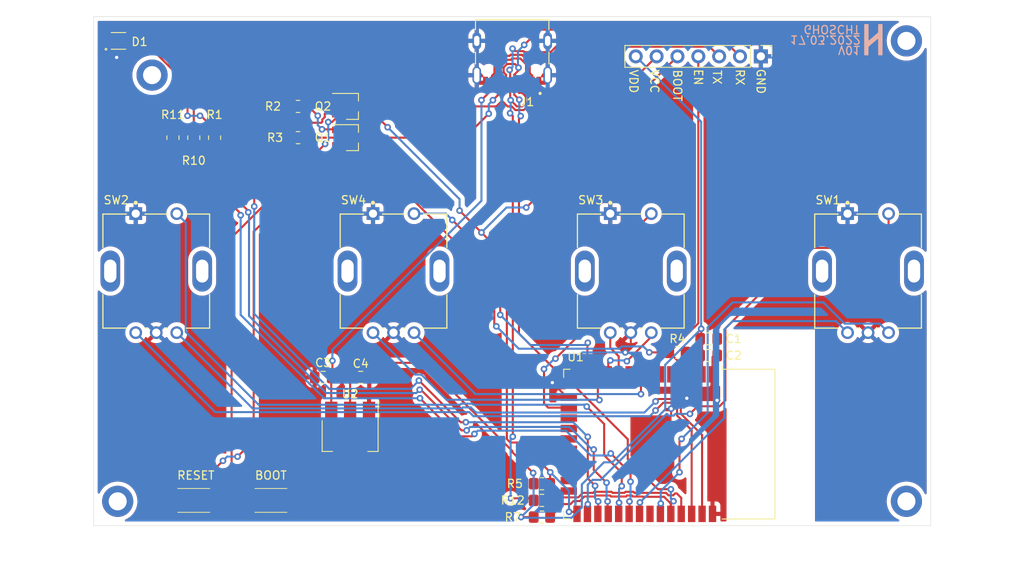
<source format=kicad_pcb>
(kicad_pcb (version 20211014) (generator pcbnew)

  (general
    (thickness 1.6)
  )

  (paper "A4")
  (title_block
    (title "Heliox Console")
    (date "2022-03-17")
    (rev "v01")
    (comment 4 "Author: GHOSCHT")
  )

  (layers
    (0 "F.Cu" signal)
    (31 "B.Cu" signal)
    (32 "B.Adhes" user "B.Adhesive")
    (33 "F.Adhes" user "F.Adhesive")
    (34 "B.Paste" user)
    (35 "F.Paste" user)
    (36 "B.SilkS" user "B.Silkscreen")
    (37 "F.SilkS" user "F.Silkscreen")
    (38 "B.Mask" user)
    (39 "F.Mask" user)
    (40 "Dwgs.User" user "User.Drawings")
    (41 "Cmts.User" user "User.Comments")
    (42 "Eco1.User" user "User.Eco1")
    (43 "Eco2.User" user "User.Eco2")
    (44 "Edge.Cuts" user)
    (45 "Margin" user)
    (46 "B.CrtYd" user "B.Courtyard")
    (47 "F.CrtYd" user "F.Courtyard")
    (48 "B.Fab" user)
    (49 "F.Fab" user)
  )

  (setup
    (pad_to_mask_clearance 0)
    (grid_origin 169.672 108.712)
    (pcbplotparams
      (layerselection 0x00010fc_ffffffff)
      (disableapertmacros false)
      (usegerberextensions true)
      (usegerberattributes true)
      (usegerberadvancedattributes true)
      (creategerberjobfile true)
      (svguseinch false)
      (svgprecision 6)
      (excludeedgelayer true)
      (plotframeref false)
      (viasonmask false)
      (mode 1)
      (useauxorigin false)
      (hpglpennumber 1)
      (hpglpenspeed 20)
      (hpglpendiameter 15.000000)
      (dxfpolygonmode true)
      (dxfimperialunits true)
      (dxfusepcbnewfont true)
      (psnegative false)
      (psa4output false)
      (plotreference true)
      (plotvalue false)
      (plotinvisibletext false)
      (sketchpadsonfab false)
      (subtractmaskfromsilk true)
      (outputformat 1)
      (mirror false)
      (drillshape 0)
      (scaleselection 1)
      (outputdirectory "Gerber/")
    )
  )

  (net 0 "")
  (net 1 "VDD")
  (net 2 "Net-(D1-Pad1)")
  (net 3 "Net-(D1-Pad3)")
  (net 4 "GND")
  (net 5 "VCC")
  (net 6 "RTS")
  (net 7 "DTR")
  (net 8 "Net-(D1-Pad2)")
  (net 9 "EN")
  (net 10 "BOOT")
  (net 11 "Net-(Q1-Pad1)")
  (net 12 "Net-(Q2-Pad1)")
  (net 13 "LEDR")
  (net 14 "LEDG")
  (net 15 "LEDB")
  (net 16 "Net-(R12-Pad2)")
  (net 17 "unconnected-(U1-Pad4)")
  (net 18 "unconnected-(U1-Pad5)")
  (net 19 "unconnected-(U1-Pad6)")
  (net 20 "unconnected-(U1-Pad7)")
  (net 21 "BTN4")
  (net 22 "BTN3")
  (net 23 "BTN2")
  (net 24 "BTN1")
  (net 25 "ENC4B")
  (net 26 "ENC4A")
  (net 27 "ENC3B")
  (net 28 "ENC3A")
  (net 29 "ENC2B")
  (net 30 "ENC2A")
  (net 31 "ENC1B")
  (net 32 "ENC1A")
  (net 33 "TX")
  (net 34 "RX")
  (net 35 "unconnected-(U1-Pad9)")
  (net 36 "unconnected-(U1-Pad14)")
  (net 37 "unconnected-(U1-Pad17)")
  (net 38 "unconnected-(U1-Pad18)")
  (net 39 "unconnected-(U1-Pad19)")
  (net 40 "unconnected-(U1-Pad20)")
  (net 41 "unconnected-(U1-Pad21)")
  (net 42 "unconnected-(U1-Pad22)")
  (net 43 "unconnected-(U1-Pad23)")
  (net 44 "unconnected-(U1-Pad24)")
  (net 45 "unconnected-(U1-Pad32)")

  (footprint "Package_TO_SOT_SMD:SOT-223-3_TabPin2" (layer "F.Cu") (at 126.492 115.824 -90))

  (footprint "MountingHole:MountingHole_2.2mm_M2_DIN965_Pad" (layer "F.Cu") (at 194.272 123.812))

  (footprint "Bourns-PEC11R-4220F-S0012:Bourns-PEC11R-4220F-S0012-MFG" (layer "F.Cu") (at 131.779 95.758))

  (footprint "Resistor_SMD:R_0805_2012Metric_Pad1.20x1.40mm_HandSolder" (layer "F.Cu") (at 120.142 75.692))

  (footprint "Bourns-PEC11R-4220F-S0012:Bourns-PEC11R-4220F-S0012-MFG" (layer "F.Cu") (at 189.597 95.758))

  (footprint "Resistor_SMD:R_0805_2012Metric_Pad1.20x1.40mm_HandSolder" (layer "F.Cu") (at 120.142 79.502 180))

  (footprint "Resistor_SMD:R_0805_2012Metric_Pad1.20x1.40mm_HandSolder" (layer "F.Cu") (at 107.442 79.502 -90))

  (footprint "Connector_PinHeader_2.54mm:PinHeader_1x07_P2.54mm_Vertical" (layer "F.Cu") (at 176.535 69.596 -90))

  (footprint "SKRKAEE020:SKRKAEE020" (layer "F.Cu") (at 107.442 123.698))

  (footprint "SKRKAEE020:SKRKAEE020" (layer "F.Cu") (at 116.84 123.698))

  (footprint "Resistor_SMD:R_0805_2012Metric_Pad1.20x1.40mm_HandSolder" (layer "F.Cu") (at 104.902 79.502 -90))

  (footprint "HRO_TYPE-C-31-M-12:HRO_TYPE-C-31-M-12" (layer "F.Cu") (at 146.24 67.712 180))

  (footprint "Capacitor_SMD:C_0805_2012Metric_Pad1.18x1.45mm_HandSolder" (layer "F.Cu") (at 170.18 104.013))

  (footprint "Resistor_SMD:R_0805_2012Metric_Pad1.20x1.40mm_HandSolder" (layer "F.Cu") (at 166.37 105.664))

  (footprint "Resistor_SMD:R_0805_2012Metric_Pad1.20x1.40mm_HandSolder" (layer "F.Cu") (at 149.86 123.698))

  (footprint "Bourns-PEC11R-4220F-S0012:Bourns-PEC11R-4220F-S0012-MFG" (layer "F.Cu") (at 160.688 95.758))

  (footprint "MountingHole:MountingHole_2.2mm_M2_DIN965_Pad" (layer "F.Cu") (at 102.362 71.882))

  (footprint "Capacitor_SMD:C_0805_2012Metric_Pad1.18x1.45mm_HandSolder" (layer "F.Cu") (at 127.7835 108.712))

  (footprint "Package_TO_SOT_SMD:SOT-23_Handsoldering" (layer "F.Cu") (at 126.746 75.692))

  (footprint "Capacitor_SMD:C_0805_2012Metric_Pad1.18x1.45mm_HandSolder" (layer "F.Cu") (at 170.18 106.045))

  (footprint "Capacitor_SMD:C_0805_2012Metric_Pad1.18x1.45mm_HandSolder" (layer "F.Cu") (at 123.2115 108.712 180))

  (footprint "Resistor_SMD:R_0805_2012Metric_Pad1.20x1.40mm_HandSolder" (layer "F.Cu") (at 149.86 125.73))

  (footprint "MountingHole:MountingHole_2.2mm_M2_DIN965_Pad" (layer "F.Cu") (at 98.172 123.812))

  (footprint "TJ-S1615CY6TGLCCSRGB-A5:TJ-S1615CY6TGLCCSRGB-A5" (layer "F.Cu") (at 98.272 67.712))

  (footprint "RF_Module:ESP32-WROOM-32" (layer "F.Cu") (at 162.39 116.84 -90))

  (footprint "MountingHole:MountingHole_2.2mm_M2_DIN965_Pad" (layer "F.Cu") (at 194.272 67.712))

  (footprint "Package_TO_SOT_SMD:SOT-23_Handsoldering" (layer "F.Cu") (at 126.746 79.502))

  (footprint "Resistor_SMD:R_0805_2012Metric_Pad1.20x1.40mm_HandSolder" (layer "F.Cu") (at 149.86 121.666))

  (footprint "Bourns-PEC11R-4220F-S0012:Bourns-PEC11R-4220F-S0012-MFG" (layer "F.Cu") (at 102.87 95.758))

  (footprint "Resistor_SMD:R_0805_2012Metric_Pad1.20x1.40mm_HandSolder" (layer "F.Cu") (at 109.982 79.502 -90))

  (footprint "logo:logo" (layer "B.Cu") (at 190.246 67.564 180))

  (gr_line (start 197.2425 64.77) (end 197.2425 126.7775) (layer "Edge.Cuts") (width 0.05) (tstamp 00000000-0000-0000-0000-0000611f32bd))
  (gr_line (start 95.2385 64.77) (end 95.2385 126.7775) (layer "Edge.Cuts") (width 0.05) (tstamp 00000000-0000-0000-0000-0000611f32c0))
  (gr_line (start 95.2385 126.7775) (end 197.2425 126.7775) (layer "Edge.Cuts") (width 0.05) (tstamp 00000000-0000-0000-0000-0000611f365d))
  (gr_line (start 197.2425 64.77) (end 95.2385 64.77) (layer "Edge.Cuts") (width 0.05) (tstamp 4e0c64dd-f348-4f5d-bdb3-f38525a89a3b))
  (gr_text "17.03.2022" (at 184.404 67.564 180) (layer "B.SilkS") (tstamp 16d979bc-5b09-45df-acde-0ef73a57785f)
    (effects (font (size 1 1) (thickness 0.15)) (justify mirror))
  )
  (gr_text "V01" (at 187.325 68.834 180) (layer "B.SilkS") (tstamp 35cb68f1-fd20-49e7-8b81-8ffdb417071e)
    (effects (font (size 1 1) (thickness 0.15)) (justify mirror))
  )
  (gr_text "GHOSCHT" (at 185.166 66.294 180) (layer "B.SilkS") (tstamp d01ae736-64c8-47b9-817e-57be4d72b8c3)
    (effects (font (size 1 1) (thickness 0.15)) (justify mirror))
  )
  (gr_text "VCC" (at 163.576 72.644 270) (layer "F.SilkS") (tstamp 054e13ee-d6e1-45a0-9d1c-6b5f895c8a72)
    (effects (font (size 1 1) (thickness 0.15)))
  )
  (gr_text "VDD" (at 161.036 72.644 270) (layer "F.SilkS") (tstamp 1b0821b9-4428-4bf8-9e01-2267b616a894)
    (effects (font (size 1 1) (thickness 0.15)))
  )
  (gr_text "RX" (at 173.99 72.136 270) (layer "F.SilkS") (tstamp 792e8545-7be7-46bb-89cc-21c755250470)
    (effects (font (size 1 1) (thickness 0.15)))
  )
  (gr_text "EN" (at 168.91 72.136 270) (layer "F.SilkS") (tstamp 96f7ed8a-3ec1-453e-b6b0-58dfe4c2c425)
    (effects (font (size 1 1) (thickness 0.15)))
  )
  (gr_text "GND" (at 176.53 72.644 270) (layer "F.SilkS") (tstamp a87dd78f-a985-4a5a-a713-a7a8730f3d83)
    (effects (font (size 1 1) (thickness 0.15)))
  )
  (gr_text "RESET" (at 107.696 120.65) (layer "F.SilkS") (tstamp d3beebe0-c3be-42e7-b903-8d54a7dd6e53)
    (effects (font (size 1 1) (thickness 0.15)))
  )
  (gr_text "BOOT" (at 116.84 120.65) (layer "F.SilkS") (tstamp d6308092-a776-4608-a1c9-485b50d511f4)
    (effects (font (size 1 1) (thickness 0.15)))
  )
  (gr_text "TX" (at 171.196 72.136 270) (layer "F.SilkS") (tstamp eb1c5eb1-c501-4daf-85a8-75c35a1a05d0)
    (effects (font (size 1 1) (thickness 0.15)))
  )
  (gr_text "BOOT" (at 166.37 73.152 270) (layer "F.SilkS") (tstamp fa2033cf-222b-42ff-a7bd-9211240843f5)
    (effects (font (size 1 1) (thickness 0.15)))
  )

  (segment (start 126.746 106.934) (end 135.508296 106.934) (width 0.25) (layer "F.Cu") (net 1) (tstamp 088a22a0-83c0-4b51-b4db-dffc23d49def))
  (segment (start 167.37 105.664) (end 168.6345 105.664) (width 0.25) (layer "F.Cu") (net 1) (tstamp 11f1db68-1da3-4f49-bd4d-e56e0ee7e169))
  (segment (start 148.86 120.420598) (end 148.793078 120.353676) (width 0.25) (layer "F.Cu") (net 1) (tstamp 19c5cc95-d261-4542-9740-21da267af372))
  (segment (start 169.265687 104.016813) (end 169.265687 102.792911) (width 0.25) (layer "F.Cu") (net 1) (tstamp 36c0ead4-4ec6-4dad-9feb-b959a74c0c1c))
  (segment (start 126.746 108.712) (end 126.746 106.934) (width 0.25) (layer "F.Cu") (net 1) (tstamp 3b6ee4ba-c161-4705-93eb-68b08ffcd12c))
  (segment (start 126.492 108.966) (end 126.746 108.712) (width 0.25) (layer "F.Cu") (net 1) (tstamp 4039c8b3-623a-49b0-abaa-3a88398be327))
  (segment (start 126.492 112.674) (end 126.492 108.966) (width 0.25) (layer "F.Cu") (net 1) (tstamp 4cda7d21-5e88-4c92-847e-3dfc21c107e8))
  (segment (start 135.508296 106.934) (end 146.244806 117.67051) (width 0.25) (layer "F.Cu") (net 1) (tstamp 529ecebd-169b-4544-903c-a6499339fe26))
  (segment (start 168.6345 105.664) (end 169.1425 106.172) (width 0.25) (layer "F.Cu") (net 1) (tstamp 6a13c3cb-e364-45cf-8810-62d997a983ad))
  (segment (start 146.244806 117.805404) (end 148.793078 120.353676) (width 0.25) (layer "F.Cu") (net 1) (tstamp c5e51ee8-e1b4-447c-b85d-325a15f38e3b))
  (segment (start 146.244806 117.67051) (end 146.244806 117.805404) (width 0.25) (layer "F.Cu") (net 1) (tstamp cbd6ade4-31a8-4198-9a79-0c612d8f7653))
  (segment (start 148.86 125.73) (end 147.32 125.73) (width 0.25) (layer "F.Cu") (net 1) (tstamp d3b48a45-3ad5-4552-aa1a-78ec1421fd02))
  (segment (start 169.375 108.34) (end 169.375 103.8645) (width 0.25) (layer "F.Cu") (net 1) (tstamp f61df1d2-7448-4572-9971-24b34507306e))
  (segment (start 148.86 121.666) (end 148.86 120.420598) (width 0.25) (layer "F.Cu") (net 1) (tstamp f9cf9621-6ab8-4392-93f6-8aeb1900683a))
  (via (at 147.32 125.73) (size 0.8) (drill 0.4) (layers "F.Cu" "B.Cu") (net 1) (tstamp 18f494b8-168c-45f1-a288-0fba6305b7e0))
  (via (at 169.265687 102.792911) (size 0.8) (drill 0.4) (layers "F.Cu" "B.Cu") (net 1) (tstamp 36f8dd72-a816-4045-b4b5-da054e42e5bb))
  (via (at 148.793078 120.353676) (size 0.8) (drill 0.4) (layers "F.Cu" "B.Cu") (net 1) (tstamp 673a52ef-ef9f-4bc2-bcfb-d4c60400d7a2))
  (segment (start 157.412911 119.057489) (end 158.436807 119.057489) (width 0.25) (layer "B.Cu") (net 1) (tstamp 12c5a4d0-df7e-4d25-82a8-79ba41e376a8))
  (segment (start 148.844 120.404598) (end 148.793078 120.353676) (width 0.25) (layer "B.Cu") (net 1) (tstamp 18a78524-acf9-466a-a4dd-c4a9058090d6))
  (segment (start 158.436807 119.057489) (end 164.883499 112.610797) (width 0.25) (layer "B.Cu") (net 1) (tstamp 26071378-6c14-47d1-92dd-01bb85cdba84))
  (segment (start 147.409501 125.819501) (end 153.462099 125.819501) (width 0.25) (layer "B.Cu") (net 1) (tstamp 28bac2cf-db56-4091-806c-252368e37ab7))
  (segment (start 164.883499 107.175099) (end 169.265687 102.792911) (width 0.25) (layer "B.Cu") (net 1) (tstamp 2c2bb020-4bd8-4d3d-9b20-a435388ab538))
  (segment (start 148.844 124.206) (end 148.844 120.404598) (width 0.25) (layer "B.Cu") (net 1) (tstamp 48f33b10-94cf-4e13-a93b-0548744f9fbf))
  (segment (start 164.883499 112.610797) (end 164.883499 107.175099) (width 0.25) (layer "B.Cu") (net 1) (tstamp 4cc5143c-a23f-478e-a531-bd32851988f6))
  (segment (start 169.265687 77.566687) (end 169.265687 102.792911) (width 0.25) (layer "B.Cu") (net 1) (tstamp 67d23f98-51ae-4548-884a-d1c169d4887a))
  (segment (start 154.723499 121.746901) (end 157.412911 119.057489) (width 0.25) (layer "B.Cu") (net 1) (tstamp ad0561dd-f7bc-4cce-a8cd-6a6aa9e93d82))
  (segment (start 161.295 69.596) (end 169.265687 77.566687) (width 0.25) (layer "B.Cu") (net 1) (tstamp ae0bce18-5b89-44eb-ac7e-737b1843facb))
  (segment (start 147.32 125.73) (end 147.409501 125.819501) (width 0.25) (layer "B.Cu") (net 1) (tstamp baca1873-0d18-435a-8994-c73fa197d062))
  (segment (start 147.32 125.73) (end 148.844 124.206) (width 0.25) (layer "B.Cu") (net 1) (tstamp cbd33141-8b51-4dfc-9b28-384b0f68be5d))
  (segment (start 153.462099 125.819501) (end 154.723499 124.558101) (width 0.25) (layer "B.Cu") (net 1) (tstamp e3c04be6-f3c1-453f-bafc-ee027946d0a6))
  (segment (start 154.723499 124.558101) (end 154.723499 121.746901) (width 0.25) (layer "B.Cu") (net 1) (tstamp f73ec37c-d444-46be-8242-807deb46513d))
  (segment (start 97.247 67.187) (end 96.647489 67.786511) (width 0.25) (layer "F.Cu") (net 2) (tstamp 0abcf740-3ffb-4ab1-982c-adad02fe935a))
  (segment (start 96.647489 67.786511) (end 96.647489 70.247489) (width 0.25) (layer "F.Cu") (net 2) (tstamp 3167db10-c163-453b-9418-211b37e6b38a))
  (segment (start 97.397 67.187) (end 97.247 67.187) (width 0.25) (layer "F.Cu") (net 2) (tstamp c7ce8319-ccb6-458d-8308-9f13935572b9))
  (segment (start 96.647489 70.247489) (end 104.902 78.502) (width 0.25) (layer "F.Cu") (net 2) (tstamp e601fb55-888c-48d6-9af1-cd87e9bacb2f))
  (segment (start 106.68 73.054065) (end 106.68 76.835) (width 0.25) (layer "F.Cu") (net 3) (tstamp 1539d17f-9f51-415a-8178-946cfa8f3b6a))
  (segment (start 108.315 76.835) (end 109.982 78.502) (width 0.25) (layer "F.Cu") (net 3) (tstamp 2a1d8883-e18d-402a-84fc-ad8e85d8795c))
  (segment (start 101.862935 68.237) (end 106.68 73.054065) (width 0.25) (layer "F.Cu") (net 3) (tstamp 376196f1-8fce-4770-9457-b487934b9ed4))
  (segment (start 99.147 68.237) (end 101.862935 68.237) (width 0.25) (layer "F.Cu") (net 3) (tstamp f428de52-b08f-45cf-ae6b-295810639f31))
  (segment (start 108.204 76.835) (end 108.315 76.835) (width 0.25) (layer "F.Cu") (net 3) (tstamp f4c43b34-9a5d-4762-a7e6-dea8c56abec4))
  (via (at 106.68 76.835) (size 0.8) (drill 0.4) (layers "F.Cu" "B.Cu") (net 3) (tstamp 40ac937a-42dd-43fb-b13a-a47e14eaf858))
  (via (at 108.204 76.835) (size 0.8) (drill 0.4) (layers "F.Cu" "B.Cu") (net 3) (tstamp 462f3a13-0050-4845-84df-8be913b4f9b0))
  (segment (start 106.68 76.835) (end 108.204 76.835) (width 0.25) (layer "B.Cu") (net 3) (tstamp c758efbf-7c0f-459a-96c8-1a06bf5265af))
  (segment (start 170.645 109.59) (end 170.645 108.34) (width 0.25) (layer "F.Cu") (net 4) (tstamp 1d41185e-00bf-49cf-b73d-9dd22f2fa181))
  (segment (start 170.645 110.955) (end 171.196 111.506) (width 0.25) (layer "F.Cu") (net 4) (tstamp 3fabc56d-5368-4769-af0d-b070b18b2bc0))
  (segment (start 97.397 68.237) (end 97.397 69.076) (width 0.25) (layer "F.Cu") (net 4) (tstamp 4ab0c4e1-5809-43ab-9183-5ee1cd9bbe85))
  (segment (start 170.645 108.34) (end 170.645 110.955) (width 0.25) (layer "F.Cu") (net 4) (tstamp 5d376d86-8c3c-4fca-9025-9bbc8031d447))
  (segment (start 160.688 104.996) (end 160.688 103.258) (width 0.25) (layer "F.Cu") (net 4) (tstamp 688a8d01-96b6-4fd1-8b70-c7081fc0c2c8))
  (segment (start 160.02 105.664) (end 160.688 104.996) (width 0.25) (layer "F.Cu") (net 4) (tstamp 69e37028-10fb-44ac-b45f-a1dd6ea5709f))
  (segment (start 128.792 112.674) (end 128.792 108.741) (width 0.25) (layer "F.Cu") (net 4) (tstamp 70b95cb7-ef7c-4b9c-b3f9-804760251320))
  (segment (start 128.792 108.741) (end 128.821 108.712) (width 0.25) (layer "F.Cu") (net 4) (tstamp 74d4ed13-1f16-4039-8f5f-23cc99dfbffe))
  (segment (start 167.513 111.252) (end 168.983 111.252) (width 0.25) (layer "F.Cu") (net 4) (tstamp 9459d2d2-d254-4b9a-a4ec-f8308da3f955))
  (segment (start 97.397 69.076) (end 98.044 69.723) (width 0.25) (layer "F.Cu") (net 4) (tstamp a3545a7f-122c-4006-bea4-6da57bddad82))
  (segment (start 171.2175 105.664) (end 171.2175 103.632) (width 0.25) (layer "F.Cu") (net 4) (tstamp aad88616-d05d-4372-a336-311c43e4cd9b))
  (segment (start 165.608 113.377) (end 165.608 112.522) (width 0.25) (layer "F.Cu") (net 4) (tstamp b38f749f-79ab-4cfe-bdaa-f04102426519))
  (segment (start 168.983 111.252) (end 170.645 109.59) (width 0.25) (layer "F.Cu") (net 4) (tstamp b79c6e1c-079c-44aa-ac77-3b7b1658c08e))
  (segment (start 152.908 111.125) (end 151.13 109.347) (width 0.25) (layer "F.Cu") (net 4) (tstamp bc7334a1-8ced-4648-8433-7c3323416bed))
  (segment (start 170.645 108.34) (end 170.645 106.2365) (width 0.25) (layer "F.Cu") (net 4) (tstamp bd2b30b5-614c-410f-bb7c-690817b4a07b))
  (segment (start 153.135 111.125) (end 152.908 111.125) (width 0.25) (layer "F.Cu") (net 4) (tstamp c990f27c-044a-4af5-9ff6-a78efd4d87c8))
  (segment (start 163.145 115.84) (end 165.608 113.377) (width 0.25) (layer "F.Cu") (net 4) (tstamp ce276b62-5ead-4488-a111-a7035216a314))
  (segment (start 170.645 106.2365) (end 171.2175 105.664) (width 0.25) (layer "F.Cu") (net 4) (tstamp d6bb2edc-88a7-4cb8-9bb1-718f1625039b))
  (via (at 165.608 112.522) (size 0.8) (drill 0.4) (layers "F.Cu" "B.Cu") (net 4) (tstamp 6ffe0123-4272-4b17-8f04-027b580bf6c4))
  (via (at 151.13 109.347) (size 0.8) (drill 0.4) (layers "F.Cu" "B.Cu") (net 4) (tstamp 7cca83ff-e73d-4558-9774-41ba4f4a6f5b))
  (via (at 167.513 111.252) (size 0.8) (drill 0.4) (layers "F.Cu" "B.Cu") (net 4) (tstamp 82cd8e01-f235-4947-a9d4-594966b5ddd3))
  (via (at 171.196 111.506) (size 0.8) (drill 0.4) (layers "F.Cu" "B.Cu") (net 4) (tstamp 933a93b2-f702-4f6e-b941-50a831c45a41))
  (via (at 98.044 69.723) (size 0.8) (drill 0.4) (layers "F.Cu" "B.Cu") (net 4) (tstamp cc129bbc-b653-4b94-8044-040d3369ddac))
  (via (at 160.02 105.664) (size 0.8) (drill 0.4) (layers "F.Cu" "B.Cu") (net 4) (tstamp d615a2d4-3155-48a9-85c4-76bf282a34a3))
  (segment (start 165.608 112.522) (end 166.243 112.522) (width 0.25) (layer "B.Cu") (net 4) (tstamp 3cf5bdc1-b600-47a3-a53f-cdb935058bb9))
  (segment (start 151.13 109.347) (end 154.813 105.664) (width 0.25) (layer "B.Cu") (net 4) (tstamp 72a27367-0830-4da6-bb4f-a7df177cc4fe))
  (segment (start 154.813 105.664) (end 160.02 105.664) (width 0.25) (layer "B.Cu") (net 4) (tstamp 9ec3eb52-92e6-4df9-99df-b3bc71830dd4))
  (segment (start 166.243 112.522) (end 167.513 111.252) (width 0.25) (layer "B.Cu") (net 4) (tstamp ca41a3b4-ce4c-45dc-b498-297651b3d618))
  (segment (start 148.336 70.329949) (end 148.37617 70.37012) (width 0.25) (layer "F.Cu") (net 5) (tstamp 0d9583e2-8002-41fc-950b-6bf9d134d082))
  (segment (start 147.425134 69.419083) (end 147.42514 69.419089) (width 0.25) (layer "F.Cu") (net 5) (tstamp 117510a7-1208-4c38-8b63-a088b5c49ef8))
  (segment (start 145.915436 69.536031) (end 146.042013 69.409456) (width 0.25) (layer "F.Cu") (net 5) (tstamp 19d2dd27-da32-43bd-a30e-872d68673f36))
  (segment (start 124.333 106.68) (end 124.333 108.628) (width 0.25) (layer "F.Cu") (net 5) (tstamp 25879aeb-b3ee-4606-b745-e746f4f8ecea))
  (segment (start 147.396616 69.419083) (end 147.425134 69.419083) (width 0.25) (layer "F.Cu") (net 5) (tstamp 2d2e7c2d-b5bf-4a0f-a1e9-0a5ce5ba3d4b))
  (segment (start 143.79 71.946629) (end 144.074521 71.662108) (width 0.25) (layer "F.Cu") (net 5) (tstamp 37580463-9a1e-4f46-af70-5eca27db708a))
  (segment (start 147.386991 69.409458) (end 147.396616 69.419083) (width 0.25) (layer "F.Cu") (net 5) (tstamp 4bb5c641-5756-4db3-9afd-0ed93e441755))
  (segment (start 124.333 108.628) (end 124.249 108.712) (width 0.25) (layer "F.Cu") (net 5) (tstamp 536f2431-911f-4923-8cf7-d1071fdb43fa))
  (segment (start 148.149031 69.536031) (end 148.336 69.723) (width 0.25) (layer "F.Cu") (net 5) (tstamp 59c264b3-578a-4b11-ba61-e77bbb9f7f1c))
  (segment (start 144.331969 69.536031) (end 145.915436 69.536031) (width 0.25) (layer "F.Cu") (net 5) (tstamp 5a9d4312-68af-460d-8a53-263ccd1c0f5d))
  (segment (start 148.376169 71.632798) (end 148.69 71.946629) (width 0.25) (layer "F.Cu") (net 5) (tstamp 6025f522-866d-4c52-85c4-ce7cd66d542a))
  (segment (start 143.79 73.634) (end 142.494 74.93) (width 0.25) (layer "F.Cu") (net 5) (tstamp 671af102-bf2d-45d8-9160-0cc1aa54ad77))
  (segment (start 147.42514 69.419089) (end 147.425149 69.419089) (width 0.25) (layer "F.Cu") (net 5) (tstamp 6d31dafe-3b69-4aa2-9692-ee405fc957d0))
  (segment (start 148.764511 73.856511) (end 148.69 73.782) (width 0.25) (layer "F.Cu") (net 5) (tstamp 703ffce5-42be-4743-b507-cad291f69103))
  (segment (start 124.192 108.769) (end 124.249 108.712) (width 0.25) (layer "F.Cu") (net 5) (tstamp 773f0651-7335-4b51-8541-72b2052881b7))
  (segment (start 148.69 73.782) (end 148.69 72.807) (width 0.25) (layer "F.Cu") (net 5) (tstamp 782f3c1d-303e-4a4a-9239-f1fb094dcf90))
  (segment (start 147.542083 69.536031) (end 148.149031 69.536031) (width 0.25) (layer "F.Cu") (net 5) (tstamp 79d3cd95-9442-4035-98ca-8297cfd4e288))
  (segment (start 148.69 71.946629) (end 148.69 72.807) (width 0.25) (layer "F.Cu") (net 5) (tstamp 7d0b73c4-ecc7-4362-9ae1-df1ea1d895ac))
  (segment (start 163.835 69.596) (end 159.574489 73.856511) (width 0.25) (layer "F.Cu") (net 5) (tstamp 7e13f7b6-30b9-4395-96ac-aee68d7ab483))
  (segment (start 148.336 69.723) (end 148.336 70.329949) (width 0.25) (layer "F.Cu") (net 5) (tstamp 8057fed7-90e7-449a-b8b3-6022758ff0bf))
  (segment (start 124.192 112.674) (end 124.192 108.769) (width 0.25) (layer "F.Cu") (net 5) (tstamp 832704f3-7f3c-4099-bf62-a6fd1e5d7fff))
  (segment (start 143.79 72.807) (end 143.79 71.946629) (width 0.25) (layer "F.Cu") (net 5) (tstamp 8aceee4b-0ba2-4ec4-830f-91a73124395a))
  (segment (start 143.79 72.807) (end 143.79 73.634) (width 0.25) (layer "F.Cu") (net 5) (tstamp 8ceaf500-4f39-4dce-8a8e-56e2511f9db3))
  (segment (start 159.574489 73.856511) (end 148.764511 73.856511) (width 0.25) (layer "F.Cu") (net 5) (tstamp a8dd0adc-f647-4e46-a325-13a6f4e6bbd6))
  (segment (start 144.074521 69.793479) (end 144.331969 69.536031) (width 0.25) (layer "F.Cu") (net 5) (tstamp bbeaf350-c646-42c8-b74d-a3880b88e573))
  (segment (start 144.074521 71.662108) (end 144.074521 69.793479) (width 0.25) (layer "F.Cu") (net 5) (tstamp bd4dc11b-d360-4ce3-a724-e06364c0a5b7))
  (segment (start 146.042013 69.409456) (end 147.386991 69.409458) (width 0.25) (layer "F.Cu") (net 5) (tstamp c36ddf91-0003-408c-b3fe-7d0924d99fcd))
  (segment (start 148.37617 70.37012) (end 148.376169 71.632798) (width 0.25) (layer "F.Cu") (net 5) (tstamp d03332e2-ea0d-4310-8c0a-aaa579a15f88))
  (segment (start 147.425149 69.419089) (end 147.542083 69.536031) (width 0.25) (layer "F.Cu") (net 5) (tstamp fc02a893-835c-4827-83e2-8cb7a1d42bda))
  (via (at 142.494 74.93) (size 0.8) (drill 0.4) (layers "F.Cu" "B.Cu") (net 5) (tstamp 702434ec-51f9-4735-b452-0ab101ef60a3))
  (via (at 124.333 106.68) (size 0.8) (drill 0.4) (layers "F.Cu" "B.Cu") (net 5) (tstamp 714d2dc4-8a07-4768-bc1d-69b407a5abf4))
  (segment (start 142.494 87.187004) (end 124.333 105.348004) (width 0.25) (layer "B.Cu") (net 5) (tstamp 0396b644-f490-42d7-b7f1-1990d2a07aa1))
  (segment (start 142.494 74.93) (end 142.494 87.187004) (width 0.25) (layer "B.Cu") (net 5) (tstamp 7fcb07a8-8190-4e2f-b42b-30c14ae474fb))
  (segment (start 124.333 105.348004) (end 124.333 106.68) (width 0.25) (layer "B.Cu") (net 5) (tstamp f5d661b4-4623-43e9-9824-e35d80d65125))
  (segment (start 147.210421 69.868592) (end 147.23894 69.868593) (width 0.25) (layer "F.Cu") (net 6) (tstamp 26f9f2b0-f2a4-403e-96f2-aed325c33b21))
  (segment (start 146.228204 69.858967) (end 147.200797 69.858968) (width 0.25) (layer "F.Cu") (net 6) (tstamp 301473da-c340-4903-bd12-1ad508913411))
  (segment (start 144.524031 70.859369) (end 145.368901 70.014499) (width 0.25) (layer "F.Cu") (net 6) (tstamp 397d2071-a7d4-4dce-8935-bb81a0d79fab))
  (segment (start 144.49 72.807) (end 144.49 71.882333) (width 0.25) (layer "F.Cu") (net 6) (tstamp 3ed8419e-517a-4958-9d08-20faa1686284))
  (segment (start 147.926658 70.928699) (end 147.926658 71.528897) (width 0.25) (layer "F.Cu") (net 6) (tstamp 4749f1e8-edae-42f7-9560-6aecbb5e835d))
  (segment (start 144.49 71.882333) (end 144.524032 71.848301) (width 0.25) (layer "F.Cu") (net 6) (tstamp 54050eda-5d5e-40db-a34a-5216b42d9b10))
  (segment (start 147.926658 71.528897) (end 147.49 71.965555) (width 0.25) (layer "F.Cu") (net 6) (tstamp 5b103580-8283-4bca-8288-1f066b964aec))
  (segment (start 147.926659 70.556312) (end 147.926658 70.928699) (width 0.25) (layer "F.Cu") (net 6) (tstamp 5caea59d-4006-44ef-9850-1511c5941c00))
  (segment (start 146.072672 70.014499) (end 146.228204 69.858967) (width 0.25) (layer "F.Cu") (net 6) (tstamp 656d8d2c-3761-4de3-b7d3-c8f7e2a09273))
  (segment (start 143.891 74.93) (end 144.49 74.331) (width 0.25) (layer "F.Cu") (net 6) (tstamp 676b52ea-c195-43a7-8a6f-6a63eb0434b3))
  (segment (start 145.368901 70.014499) (end 146.072672 70.014499) (width 0.25) (layer "F.Cu") (net 6) (tstamp 68be168d-f359-464d-99e9-74f6dcba3d26))
  (segment (start 140.462 79.502) (end 143.383 76.581) (width 0.25) (layer "F.Cu") (net 6) (tstamp 874dd9ac-6139-4cb5-81f8-e09b9f53e954))
  (segment (start 144.49 74.331) (end 144.49 72.807) (width 0.25) (layer "F.Cu") (net 6) (tstamp 9b46ff27-a2ac-4c8e-a4df-33459b46ed11))
  (segment (start 121.142 79.502) (end 128.246 79.502) (width 0.25) (layer "F.Cu") (net 6) (tstamp a907fd8c-ce56-41a7-8c16-efc74adbc1bc))
  (segment (start 128.246 79.502) (end 140.462 79.502) (width 0.25) (layer "F.Cu") (net 6) (tstamp b01a61a4-5c75-4ef2-8038-08ff15335a71))
  (segment (start 147.23894 69.868593) (end 147.926659 70.556312) (width 0.25) (layer "F.Cu") (net 6) (tstamp c85bd4b2-2580-4210-b5bb-56940df6e3ea))
  (segment (start 147.200797 69.858968) (end 147.210421 69.868592) (width 0.25) (layer "F.Cu") (net 6) (tstamp cc95fe4e-01a7-4822-b596-b663cefcaf88))
  (segment (start 144.524032 71.848301) (end 144.524031 70.859369) (width 0.25) (layer "F.Cu") (net 6) (tstamp eea74865-bbd1-4287-8764-8879309645d2))
  (segment (start 147.49 71.965555) (end 147.49 72.807) (width 0.25) (layer "F.Cu") (net 6) (tstamp f7d111f5-56e0-40df-8739-da5395ac6efd))
  (via (at 143.891 74.93) (size 0.8) (drill 0.4) (layers "F.Cu" "B.Cu") (net 6) (tstamp 0b9164b3-fe59-4e29-9217-48f5d1687a09))
  (via (at 143.383 76.581) (size 0.8) (drill 0.4) (layers "F.Cu" "B.Cu") (net 6) (tstamp dec82576-74e1-4d1b-8645-a6f0fda04261))
  (segment (start 143.383 76.581) (end 143.383 75.438) (width 0.25) (layer "B.Cu") (net 6) (tstamp 5ceeec7b-80d7-4a83-8507-816e0333014e))
  (segment (start 143.383 75.438) (end 143.891 74.93) (width 0.25) (layer "B.Cu") (net 6) (tstamp 955bd763-b36e-4ab3-8ed2-391a94698d3b))
  (segment (start 148.277511 74.235807) (end 147.99 73.948296) (width 0.25) (layer "F.Cu") (net 7) (tstamp 05b1c543-8b02-429b-a06d-0269364e50aa))
  (segment (start 147.99 73.948296) (end 147.99 72.807) (width 0.25) (layer "F.Cu") (net 7) (tstamp 073ee14b-6b48-4e6b-aa13-82ee4b348dbf))
  (segment (start 146.176296 75.692) (end 146.625807 76.141511) (width 0.25) (layer "F.Cu") (net 7) (tstamp 0e74a72d-ee18-4fa9-849b-a6c5c8f16e49))
  (segment (start 119.142 75.692) (end 120.816511 74.017489) (width 0.25) (layer "F.Cu") (net 7) (tstamp 143ed33d-9e8e-4645-88ee-6b155c9f4b4a))
  (segment (start 144.311 75.692) (end 144.99 75.013) (width 0.25) (layer "F.Cu") (net 7) (tstamp 1722ac7d-d54b-4103-a50c-a8f9f658ce92))
  (segment (start 144.99 72.807) (end 144.99 75.013) (width 0.25) (layer "F.Cu") (net 7) (tstamp 22bac768-9dea-4488-97b4-94a38da1de80))
  (segment (start 120.816511 74.017489) (end 126.571489 74.017489) (width 0.25) (layer "F.Cu") (net 7) (tstamp 26422f7f-0a6e-41a9-8d17-5f91fcaeb141))
  (segment (start 146.625807 76.141511) (end 147.633194 76.14151) (width 0.25) (layer "F.Cu") (net 7) (tstamp 6ccff5ce-d6ae-4043-81e6-1bda0c676ebf))
  (segment (start 128.246 75.692) (end 144.311 75.692) (width 0.25) (layer "F.Cu") (net 7) (tstamp 76ca2d8a-3b9c-40e5-ad1d-14e0a50d4470))
  (segment (start 145.669 75.692) (end 146.176296 75.692) (width 0.25) (layer "F.Cu") (net 7) (tstamp 872218f0-29dd-4f18-a23d-1a4aeb7f8f9e))
  (segment (start 126.571489 74.017489) (end 128.246 75.692) (width 0.25) (layer "F.Cu") (net 7) (tstamp aedb664c-46aa-4cb3-9e11-10f6e437d14a))
  (segment (start 148.277511 75.497193) (end 148.277511 74.235807) (width 0.25) (layer "F.Cu") (net 7) (tstamp c60f172a-08ee-46e1-ab7c-d85b2668f6c2))
  (segment (start 144.99 75.013) (end 145.669 75.692) (width 0.25) (layer "F.Cu") (net 7) (tstamp d0f212af-eaf6-4fc0-bd36-69d655b0aef5))
  (segment (start 147.633194 76.14151) (end 148.277511 75.497193) (width 0.25) (layer "F.Cu") (net 7) (tstamp ed47132e-1aa9-4359-b66d-7502e7e078dd))
  (segment (start 101.448639 67.187) (end 107.442 73.180361) (width 0.25) (layer "F.Cu") (net 8) (tstamp 30224f6e-2d91-40e3-b299-b88771ca2366))
  (segment (start 107.442 73.180361) (end 107.442 78.502) (width 0.25) (layer "F.Cu") (net 8) (tstamp cab0095c-a329-4b90-975f-6fe345320c85))
  (segment (start 99.147 67.187) (end 101.448639 67.187) (width 0.25) (layer "F.Cu") (net 8) (tstamp e20b88d7-b22c-40c5-bfee-bb5052d62dcd))
  (segment (start 110.998 118.872) (end 106.172 123.698) (width 0.25) (layer "F.Cu") (net 9) (tstamp 35c1d841-280c-419e-a8bc-24c24651498e))
  (segment (start 168.105 107.09) (end 168.105 108.34) (width 0.25) (layer "F.Cu") (net 9) (tstamp 40be6e20-3bbe-4193-aa41-6e53bc3fd9c1))
  (segment (start 168.915 102.119) (end 165.37 105.664) (width 0.25) (layer "F.Cu") (net 9) (tstamp 43771369-3a0f-4a77-95be-41c74c61629c))
  (segment (start 127.527944 80.452) (end 144.055499 96.979555) (width 0.25) (layer "F.Cu") (net 9) (tstamp 48bb37bc-56c9-4bd9-906b-077417e2f6eb))
  (segment (start 114.74 116.4) (end 112.776 118.364) (width 0.25) (layer "F.Cu") (net 9) (tstamp 550b26c9-1cee-47c6-81a9-45e6d70bb39c))
  (segment (start 114.74 90.958) (end 114.74 116.4) (width 0.25) (layer "F.Cu") (net 9) (tstamp 699b6899-9e6e-464b-a25f-778a1f50f9ad))
  (segment (start 166.39452 106.68852) (end 167.70352 106.68852) (width 0.25) (layer "F.Cu") (net 9) (tstamp 7ba00045-85a5-49e8-a168-105bacded06f))
  (segment (start 144.055499 102.234999) (end 144.3095 102.489) (width 0.25) (layer "F.Cu") (net 9) (tstamp 93dfb4c1-178e-4371-82d2-a55b7a918ced))
  (segment (start 167.70352 106.68852) (end 168.105 107.09) (width 0.25) (layer "F.Cu") (net 9) (tstamp 99cc5bd8-4116-4466-92bf-8c0b96a43d88))
  (segment (start 162.941 105.664) (end 165.37 105.664) (width 0.25) (layer "F.Cu") (net 9) (tstamp a1643ffb-e1c7-4666-beac-92544dcd87df))
  (segment (start 144.055499 96.979555) (end 144.055499 102.234999) (width 0.25) (layer "F.Cu") (net 9) (tstamp aa4f0ba9-439d-47aa-8cd9-8036a0fca7c9))
  (segment (start 168.915 69.596) (end 168.915 102.119) (width 0.25) (layer "F.Cu") (net 9) (tstamp b5c2673a-56b0-4878-8b3d-7c7315da3ae2))
  (segment (start 125.246 80.452) (end 127.527944 80.452) (width 0.25) (layer "F.Cu") (net 9) (tstamp b87748fd-a744-4823-8925-d05e8bc9b6d3))
  (segment (start 106.172 123.698) (end 105.342 123.698) (width 0.25) (layer "F.Cu") (net 9) (tstamp e306e2f9-745c-4d74-a723-8a072f0bf2fe))
  (segment (start 165.37 105.664) (end 166.39452 106.68852) (width 0.25) (layer "F.Cu") (net 9) (tstamp e5b3f06f-0ea6-4171-a883-438d1984ea04))
  (segment (start 125.246 80.452) (end 114.74 90.958) (width 0.25) (layer "F.Cu") (net 9) (tstamp f708d326-b2e8-4907-a15e-1483c83ae139))
  (via (at 110.998 118.872) (size 0.8) (drill 0.4) (layers "F.Cu" "B.Cu") (net 9) (tstamp c6356e5b-577c-42c6-9bd3-f00136afbe3c))
  (via (at 144.3095 102.489) (size 0.8) (drill 0.4) (layers "F.Cu" "B.Cu") (net 9) (tstamp c79e664f-5047-4a5e-b89a-62f46637a33d))
  (via (at 162.941 105.664) (size 0.8) (drill 0.4) (layers "F.Cu" "B.Cu") (net 9) (tstamp ca69a730-f984-468f-9e41-48e3d9ac8adc))
  (via (at 112.776 118.364) (size 0.8) (drill 0.4) (layers "F.Cu" "B.Cu") (net 9) (tstamp caf6f403-aad6-470e-888d-255682df153c))
  (segment (start 162.216499 104.939499) (end 159.592901 104.939499) (width 0.25) (layer "B.Cu") (net 9) (tstamp 03754deb-09ec-4fc0-8a35-53d1cd2dc260))
  (segment (start 112.776 118.364) (end 111.506 118.364) (width 0.25) (layer "B.Cu") (net 9) (tstamp 6eaac6ed-ba0a-46cb-a452-f101e690df96))
  (segment (start 162.941 105.664) (end 162.216499 104.939499) (width 0.25) (layer "B.Cu") (net 9) (tstamp 7b2b9810-94bd-4f16-b113-f3de12f51a14))
  (segment (start 159.592901 104.939499) (end 159.31791 105.21449) (width 0.25) (layer "B.Cu") (net 9) (tstamp 8720189a-ba44-493f-8a68-874cad595cc7))
  (segment (start 111.506 118.364) (end 110.998 118.872) (width 0.25) (layer "B.Cu") (net 9) (tstamp 9f4824f9-0dba-48f0-8b42-3d3ea405c2ae))
  (segment (start 159.31791 105.21449) (end 147.03499 105.21449) (width 0.25) (layer "B.Cu") (net 9) (tstamp aa26e442-c86b-4ceb-80aa-75f6b1bd05c9))
  (segment (start 147.03499 105.21449) (end 144.3095 102.489) (width 0.25) (layer "B.Cu") (net 9) (tstamp e994e8d3-4fd0-45c9-a069-183f214d0d00))
  (segment (start 146.012122 116.648022) (end 147.255022 116.648022) (width 0.25) (layer "F.Cu") (net 10) (tstamp 10c4ff6a-da19-418e-bb70-84886c297f4b))
  (segment (start 145.58772 94.15272) (end 145.58772 116.22362) (width 0.25) (layer "F.Cu") (net 10) (tstamp 18cd8069-006d-4344-9db6-059dfea644ab))
  (segment (start 142.494 91.059) (end 145.58772 94.15272) (width 0.25) (layer "F.Cu") (net 10) (tstamp 1c42ed20-931e-48cf-a397-f52e9a1d8de9))
  (segment (start 153.162 125.095) (end 153.89 125.095) (width 0.25) (layer "F.Cu") (net 10) (tstamp 1cbd2581-876b-41ac-afe7-787b1c053faa))
  (segment (start 125.246 76.642) (end 129.474 76.642) (width 0.25) (layer "F.Cu") (net 10) (tstamp 1e815f70-a39c-40f6-8c01-75628ccb2ee6))
  (segment (start 129.474 76.642) (end 131.064 78.232) (width 0.25) (layer "F.Cu") (net 10) (tstamp 21fd534d-c461-4b45-81b0-fd06d8284fab))
  (segment (start 112.051499 91.665101) (end 112.051499 121.009499) (width 0.25) (layer "F.Cu") (net 10) (tstamp 2620923d-7d78-4536-a161-436b4c06a726))
  (segment (start 124.291 77.597) (end 125.246 76.642) (width 0.25) (layer "F.Cu") (net 10) (tstamp 4892fc57-3d67-4bd0-97ca-d0abda4e9acb))
  (segment (start 123.825 77.597) (end 124.291 77.597) (width 0.25) (layer "F.Cu") (net 10) (tstamp 4ff3353c-603b-407a-878b-c2a3c7b07414))
  (segment (start 147.255022 116.648022) (end 150.876 120.269) (width 0.25) (layer "F.Cu") (net 10) (tstamp 519b7705-18d3-4980-9365-bce398f88434))
  (segment (start 123.444 80.264) (end 123.444 80.2726) (width 0.25) (layer "F.Cu") (net 10) (tstamp 5c1f7006-ea07-4030-a81b-49949acac72b))
  (segment (start 139.827 88.392) (end 142.494 91.059) (width 0.25) (layer "F.Cu") (net 10) (tstamp 6891ccdd-be7c-407f-a455-8c98eb62e127))
  (segment (start 153.89 125.095) (end 154.135 125.34) (width 0.25) (layer "F.Cu") (net 10) (tstamp 83e0c9b5-283b-4771-9158-a56e6195e6fd))
  (segment (start 145.58772 116.22362) (end 146.012122 116.648022) (width 0.25) (layer "F.Cu") (net 10) (tstamp 84d4e849-82d4-423b-95b7-9c7e89c3c290))
  (segment (start 166.375 69.596) (end 147.96 88.011) (width 0.25) (layer "F.Cu") (net 10) (tstamp 8c31029c-2e61-4861-ae19-d989512db91a))
  (segment (start 112.051499 121.009499) (end 114.74 123.698) (width 0.25) (layer "F.Cu") (net 10) (tstamp 983d644f-93f6-4c81-b3b3-dda4967ed234))
  (segment (start 123.444 80.2726) (end 112.051499 91.665101) (width 0.25) (layer "F.Cu") (net 10) (tstamp a5fb579b-d688-46df-ade8-9468c1d32967))
  (segment (start 150.86 121.666) (end 150.86 120.285) (width 0.25) (layer "F.Cu") (net 10) (tstamp d312b717-d00c-44a3-8703-8155d0a4ef8f))
  (segment (start 150.86 120.285) (end 150.876 120.269) (width 0.25) (layer "F.Cu") (net 10) (tstamp ebc484be-6648-4e9c-9054-bab0efba298a))
  (segment (start 147.96 88.011) (end 147.955 88.011) (width 0.25) (layer "F.Cu") (net 10) (tstamp f0794f2a-67ef-4306-b9d1-317a7a80d638))
  (via (at 153.162 125.095) (size 0.8) (drill 0.4) (layers "F.Cu" "B.Cu") (net 10) (tstamp 0d63d533-c102-4e18-8909-344e60a9aaaf))
  (via (at 142.494 91.059) (size 0.8) (drill 0.4) (layers "F.Cu" "B.Cu") (net 10) (tstamp 3b69364a-d88b-4bd9-8f9f-078b7174fc89))
  (via (at 131.064 78.232) (size 0.8) (drill 0.4) (layers "F.Cu" "B.Cu") (net 10) (tstamp 6b3100e1-6a1b-42d7-b33c-a600265924b2))
  (via (at 147.955 88.011) (size 0.8) (drill 0.4) (layers "F.Cu" "B.Cu") (net 10) (tstamp 9b148aab-ab55-456a-ab43-d18d85be9d94))
  (via (at 123.825 77.597) (size 0.8) (drill 0.4) (layers "F.Cu" "B.Cu") (net 10) (tstamp acfd454d-0fc1-4c5f-80b5-64a458e16b10))
  (via (at 123.444 80.264) (size 0.8) (drill 0.4) (layers "F.Cu" "B.Cu") (net 10) (tstamp bc109b48-31e7-4a3c-9a2f-226699d2504c))
  (via (at 150.876 120.269) (size 0.8) (drill 0.4) (layers "F.Cu" "B.Cu") (net 10) (tstamp cc020729-a9cd-41e4-893f-cd964201f752))
  (via (at 139.827 88.392) (size 0.8) (drill 0.4) (layers "F.Cu" "B.Cu") (net 10) (tstamp e0eb39bf-6d55-4c09-9c47-07a6203ecc48))
  (segment (start 123.825 79.883) (end 123.825 77.597) (width 0.25) (layer "B.Cu") (net 10) (tstamp 26794d21-9eba-4826-99a2-d9b5fb5fb572))
  (segment (start 147.955 88.011) (end 145.542 88.011) (width 0.25) (layer "B.Cu") (net 10) (tstamp 4edde2a9-5d1f-4123-998a-ed2834479d46))
  (segment (start 145.542 88.011) (end 142.494 91.059) (width 0.25) (layer "B.Cu") (net 10) (tstamp 554893ad-99ea-45be-8076-1b0073e86ec5))
  (segment (start 139.827 86.995) (end 139.827 88.392) (width 0.25) (layer "B.Cu") (net 10) (tstamp 84d8c3ee-7a18-4f72-8aae-0955f59f15c3))
  (segment (start 153.162 122.555) (end 153.162 125.095) (width 0.25) (layer "B.Cu") (net 10) (tstamp 93e4b797-c9d7-430b-aafe-bbcbd4dd5063))
  (segment (start 131.064 78.232) (end 139.827 86.995) (width 0.25) (layer "B.Cu") (net 10) (tstamp a0803f38-3477-4c90-bff8-757a81d582ce))
  (segment (start 150.876 120.269) (end 153.162 122.555) (width 0.25) (layer "B.Cu") (net 10) (tstamp b8f80b44-aab6-408d-b30e-51287e84257c))
  (segment (start 123.444 80.264) (end 123.825 79.883) (width 0.25) (layer "B.Cu") (net 10) (tstamp d5e41878-e68f-402c-a598-08a7146c51e0))
  (segment (start 123.063 78.486) (end 125.18 78.486) (width 0.25) (layer "F.Cu") (net 11) (tstamp 4806cc11-ef46-48bf-bd93-3c16f4093516))
  (segment (start 125.18 78.486) (end 125.246 78.552) (width 0.25) (layer "F.Cu") (net 11) (tstamp 4b037718-4927-495e-ba46-e2da56174a43))
  (segment (start 121.142 75.692) (end 121.410864 75.692) (width 0.25) (layer "F.Cu") (net 11) (tstamp bd060bec-4a2d-44cc-97a8-b133b5a4b5d7))
  (segment (start 121.410864 75.692) (end 122.547587 76.828723) (width 0.25) (layer "F.Cu") (net 11) (tstamp d301d753-9ec2-4aba-9bcb-2a5d2077aece))
  (via (at 122.547587 76.828723) (size 0.8) (drill 0.4) (layers "F.Cu" "B.Cu") (net 11) (tstamp 5eaa3418-aec3-4c0f-a07e-f907e7d3ed2a))
  (via (at 123.063 78.486) (size 0.8) (drill 0.4) (layers "F.Cu" "B.Cu") (net 11) (tstamp 96d1f4ff-84d1-4658-8eca-f1ae05c9e6fb))
  (segment (start 122.547587 77.970587) (end 122.547587 76.828723) (width 0.25) (layer "B.Cu") (net 11) (tstamp b73adebe-7a29-445c-8604-811dc8567164))
  (segment (start 123.063 78.486) (end 122.547587 77.970587) (width 0.25) (layer "B.Cu") (net 11) (tstamp e52b3a55-7575-4aed-98da-4a2a9c24d962))
  (segment (start 123.406501 76.990899) (end 123.406501 76.581499) (width 0.25) (layer "F.Cu") (net 12) (tstamp 434cc519-f5bb-4f79-8edb-92bb96998c8b))
  (segment (start 123.406501 76.581499) (end 125.246 74.742) (width 0.25) (layer "F.Cu") (net 12) (tstamp 69884a0b-c9c4-4511-b292-6c1f01159160))
  (segment (start 122.982099 77.686501) (end 123.100499 77.568101) (width 0.25) (layer "F.Cu") (net 12) (tstamp 745e3887-4ce8-431a-b906-ee43d7f8b312))
  (segment (start 120.957499 77.686501) (end 122.982099 77.686501) (width 0.25) (layer "F.Cu") (net 12) (tstamp 8e8366a9-9ec4-44c1-825c-1fbab9689599))
  (segment (start 123.100499 77.568101) (end 123.100499 77.296901) (width 0.25) (layer "F.Cu") (net 12) (tstamp 9cb163b0-3bd2-43fd-a1dc-d77e644d0493))
  (segment (start 119.142 79.502) (end 120.957499 77.686501) (width 0.25) (layer "F.Cu") (net 12) (tstamp dae1301c-e08d-4d4e-833e-8c74ce0f5fdb))
  (segment (start 123.100499 77.296901) (end 123.406501 76.990899) (width 0.25) (layer "F.Cu") (net 12) (tstamp fc6ea99e-28ca-42a4-9f87-3de4fc980a32))
  (segment (start 134.874 109.093) (end 139.954 114.173) (width 0.25) (layer "F.Cu") (net 13) (tstamp 3ec4f55f-bef3-422e-b718-bc5eda932e36))
  (segment (start 109.982 80.502) (end 114.808 85.328) (width 0.25) (layer "F.Cu") (net 13) (tstamp 517b8aa5-745a-4357-b099-c78c18d194f1))
  (segment (start 156.718 125.297) (end 156.675 125.34) (width 0.25) (layer "F.Cu") (net 13) (tstamp 5c8b17ee-2500-4644-8e6b-75cac6300f1b))
  (segment (start 156.718 123.825) (end 156.718 125.297) (width 0.25) (layer "F.Cu") (net 13) (tstamp 6d10fba4-689e-4192-9e0c-3f66df9e72f7))
  (segment (start 114.808 85.328) (end 114.808 87.884) (width 0.25) (layer "F.Cu") (net 13) (tstamp 6fb2a573-5fa4-4d1a-88e6-416f44708e58))
  (segment (start 155.448 121.031) (end 156.337 121.92) (width 0.25) (layer "F.Cu") (net 13) (tstamp 762e967e-f3e8-4a11-8dcc-64705e25e38d))
  (segment (start 155.448 115.951) (end 155.448 121.031) (width 0.25) (layer "F.Cu") (net 13) (tstamp 993808e4-bd14-4c34-8439-20948ca3164e))
  (segment (start 139.954 114.173) (end 140.589 114.173) (width 0.25) (layer "F.Cu") (net 13) (tstamp dcb2266b-1a6c-4bb2-a1c3-00683abf75bc))
  (via (at 156.337 121.92) (size 0.8) (drill 0.4) (layers "F.Cu" "B.Cu") (net 13) (tstamp 04e7aa2b-8863-4b1f-b3df-27c73407590f))
  (via (at 140.589 114.173) (size 0.8) (drill 0.4) (layers "F.Cu" "B.Cu") (net 13) (tstamp 0fac5afa-f39a-4507-b0a1-08a07ccb00c5))
  (via (at 155.448 115.951) (size 0.8) (drill 0.4) (layers "F.Cu" "B.Cu") (net 13) (tstamp 31fac974-1895-4330-96d2-4f894459361f))
  (via (at 114.808 87.884) (size 0.8) (drill 0.4) (layers "F.Cu" "B.Cu") (net 13) (tstamp 4710a338-8335-4f01-b4b9-d841637d286f))
  (via (at 156.718 123.825) (size 0.8) (drill 0.4) (layers "F.Cu" "B.Cu") (net 13) (tstamp 8920bb7d-9227-425e-9284-48087c818c7c))
  (via (at 134.874 109.093) (size 0.8) (drill 0.4) (layers "F.Cu" "B.Cu") (net 13) (tstamp e9ac8ed2-8e1a-4e82-9592-666058848558))
  (segment (start 153.67 114.173) (end 155.448 115.951) (width 0.25) (layer "B.Cu") (net 13) (tstamp 0c834ce2-4b86-46a3-9d3f-5f397e4d410a))
  (segment (start 133.858 110.109) (end 134.874 109.093) (width 0.25) (layer "B.Cu") (net 13) (tstamp 18bb02c2-970e-4107-9517-9b1fd917ef47))
  (segment (start 156.337 123.444) (end 156.718 123.825) (width 0.25) (layer "B.Cu") (net 13) (tstamp 1b56494b-3394-4bfa-baff-449ad96de17f))
  (segment (start 140.589 114.173) (end 153.67 114.173) (width 0.25) (layer "B.Cu") (net 13) (tstamp 6333fc46-f874-4e43-a3d8-cbe7174afdb2))
  (segment (start 156.337 121.92) (end 156.337 123.444) (width 0.25) (layer "B.Cu") (net 13) (tstamp 75484649-ecb5-4a22-ae97-1fe0003e8131))
  (segment (start 133.731 110.109) (end 133.858 110.109) (width 0.25) (layer "B.Cu") (net 13) (tstamp 7cfa798e-69fb-4098-b108-5dd9e370b8d7))
  (segment (start 114.808 100.965) (end 115.062 101.219) (width 0.25) (layer "B.Cu") (net 13) (tstamp b2350f4a-9ed9-4723-97a5-cfc82fecae5b))
  (segment (start 114.808 87.884) (end 114.808 100.965) (width 0.25) (layer "B.Cu") (net 13) (tstamp d703b590-9a32-4fdd-8b55-ba9cd224057e))
  (segment (start 115.062 101.219) (end 123.952 110.109) (width 0.25) (layer "B.Cu") (net 13) (tstamp fb2f978a-43e5-4a27-ade0-ae23e2b4aadc))
  (segment (start 123.952 110.109) (end 133.731 110.109) (width 0.25) (layer "B.Cu") (net 13) (tstamp fc80af28-357a-4529-9223-df5d6dcb0ba8))
  (segment (start 140.05935 115.16735) (end 140.690363 115.16735) (width 0.25) (layer "F.Cu") (net 14) (tstamp 15a8e554-1a0d-4dce-b2ac-1e552fcada9b))
  (segment (start 157.861 123.825) (end 157.861 125.256) (width 0.25) (layer "F.Cu") (net 14) (tstamp 1f2f6f9b-45d0-414b-9de5-bd4b91c461ec))
  (segment (start 157.861 125.256) (end 157.945 125.34) (width 0.25) (layer "F.Cu") (net 14) (tstamp 742e360c-441a-4c5b-826e-cec2a9fec40e))
  (segment (start 107.442 80.502) (end 107.442 81.788) (width 0.25) (layer "F.Cu") (net 14) (tstamp 98befa34-a029-4d83-9ae6-8c79f02fd721))
  (segment (start 134.967132 110.21073) (end 135.10273 110.21073) (width 0.25) (layer "F.Cu") (net 14) (tstamp bdc604f7-705e-4a1a-81bf-14827d4116a3))
  (segment (start 156.1725 119.9775) (end 156.1725 117.498204) (width 0.25) (layer "F.Cu") (net 14) (tstamp be198342-d760-486a-b2ef-26ea05d4663b))
  (segment (start 114.0835 88.4295) (end 114.0835 88.590755) (width 0.25) (layer "F.Cu") (net 14) (tstamp d2e049ed-f36a-4e56-ba35-bd1d7122b4b1))
  (segment (start 157.734 121.539) (end 156.1725 119.9775) (width 0.25) (layer "F.Cu") (net 14) (tstamp d8e7d237-8022-45a0-884e-bb09598ca018))
  (segment (start 107.442 81.788) (end 114.0835 88.4295) (width 0.25) (layer "F.Cu") (net 14) (tstamp db7a3d70-55c2-4d84-a880-36fe4c030b1b))
  (segment (start 135.10273 110.21073) (end 140.05935 115.16735) (width 0.25) (layer "F.Cu") (net 14) (tstamp fddb3d75-f603-47f7-999f-f82f36bfb705))
  (via (at 140.690363 115.16735) (size 0.8) (drill 0.4) (layers "F.Cu" "B.Cu") (net 14) (tstamp 5b52eca5-db1c-4db0-9425-5f562a347b43))
  (via (at 134.967132 110.21073) (size 0.8) (drill 0.4) (layers "F.Cu" "B.Cu") (net 14) (tstamp 7e2982d8-e35d-4b66-85e2-eb3e241fed2d))
  (via (at 156.1725 117.498204) (size 0.8) (drill 0.4) (layers "F.Cu" "B.Cu") (net 14) (tstamp a47f7f24-dff3-4de1-a311-b3138c6fb205))
  (via (at 114.0835 88.590755) (size 0.8) (drill 0.4) (layers "F.Cu" "B.Cu") (net 14) (tstamp b086deff-250b-4d33-bdd0-6f63d685664b))
  (via (at 157.861 123.825) (size 0.8) (drill 0.4) (layers "F.Cu" "B.Cu") (net 14) (tstamp c30a9a31-0240-45d8-8ba7-3e9051ae66df))
  (via (at 157.734 121.539) (size 0.8) (drill 0.4) (layers "F.Cu" "B.Cu") (net 14) (tstamp d47394a4-2746-4e8b-b13d-d6b32682c8ea))
  (segment (start 157.734 121.539) (end 157.734 123.698) (width 0.25) (layer "B.Cu") (net 14) (tstamp 168a891b-ce35-4a8a-b52d-31c3b093be6f))
  (segment (start 114.0835 88.590755) (end 114.173 88.680255) (width 0.25) (layer "B.Cu") (net 14) (tstamp 60193d49-1cdb-4518-9425-b3ecc9be4d93))
  (segment (start 157.734 123.698) (end 157.861 123.825) (width 0.25) (layer "B.Cu") (net 14) (tstamp 66ae1907-5d76-4074-be87-62dd25ce152b))
  (segment (start 134.560862 110.617) (end 134.967132 110.21073) (width 0.25) (layer "B.Cu") (net 14) (tstamp 6b16f895-7ca8-4734-a9c6-39c3826d5347))
  (segment (start 141.108203 114.74951) (end 153.22191 114.74951) (width 0.25) (layer "B.Cu") (net 14) (tstamp 7798a004-4b36-4134-9612-becfdc21ed91))
  (segment (start 153.22191 114.74951) (end 155.970604 117.498204) (width 0.25) (layer "B.Cu") (net 14) (tstamp 7f68fe3d-3b30-41c9-8002-587ea1938298))
  (segment (start 114.173 101.219) (end 123.571 110.617) (width 0.25) (layer "B.Cu") (net 14) (tstamp 9900e696-ecbb-404c-a9ec-4bb25490f226))
  (segment (start 140.690363 115.16735) (end 141.108203 114.74951) (width 0.25) (layer "B.Cu") (net 14) (tstamp 998de50b-a02d-4e09-abd2-1c7089261989))
  (segment (start 123.571 110.617) (end 134.560862 110.617) (width 0.25) (layer "B.Cu") (net 14) (tstamp a3852f62-cfe7-4001-8655-a749ad368ac6))
  (segment (start 155.970604 117.498204) (end 156.1725 117.498204) (width 0.25) (layer "B.Cu") (net 14) (tstamp ab4b0543-ff60-4038-bc30-ccfbd5c415aa))
  (segment (start 114.173 88.680255) (end 114.173 101.219) (width 0.25) (layer "B.Cu") (net 14) (tstamp e7daf77d-d97d-4122-b3b4-de1ca30899d0))
  (segment (start 113.151528 88.751528) (end 113.151528 88.951911) (width 0.25) (layer "F.Cu") (net 15) (tstamp 1adc1544-22ce-452e-ae59-a4750a379b46))
  (segment (start 160.655 121.412) (end 160.655 120.386696) (width 0.25) (layer "F.Cu") (net 15) (tstamp 1b04816b-3eb9-4fdc-9927-aa6e0ff8475c))
  (segment (start 135.001 111.252) (end 139.640851 115.891851) (width 0.25) (layer "F.Cu") (net 15) (tstamp 26d00e64-d8c0-43f0-9902-86c19e821fd1))
  (segment (start 139.640851 115.891851) (end 141.349235 115.891851) (width 0.25) (layer "F.Cu") (net 15) (tstamp 33b88369-8a2e-4f92-af7a-a49bd22770ec))
  (segment (start 160.528 125.297) (end 160.485 125.34) (width 0.25) (layer "F.Cu") (net 15) (tstamp 428d067f-379e-4a5b-9a3d-7dee178f5a38))
  (segment (start 141.349235 115.891851) (end 141.640076 115.60101) (width 0.25) (layer "F.Cu") (net 15) (tstamp a17ca7aa-816d-48c6-b3fe-3c5f9242122e))
  (segment (start 160.528 123.825) (end 160.528 125.297) (width 0.25) (layer "F.Cu") (net 15) (tstamp b8724959-6909-41da-bba4-96d18f91ede4))
  (segment (start 104.902 80.502) (end 113.151528 88.751528) (width 0.25) (layer "F.Cu") (net 15) (tstamp c773a038-976b-4a83-8a93-6d19a4c1bd99))
  (segment (start 160.655 120.386696) (end 158.246796 117.978492) (width 0.25) (layer "F.Cu") (net 15) (tstamp c942d030-4fa9-4707-bffa-b5f383f5f632))
  (via (at 158.246796 117.978492) (size 0.8) (drill 0.4) (layers "F.Cu" "B.Cu") (net 15) (tstamp 1791a0f2-14f7-476f-bf34-5b5df4dcf67a))
  (via (at 160.528 123.825) (size 0.8) (drill 0.4) (layers "F.Cu" "B.Cu") (net 15) (tstamp 4213f829-8e9e-4a24-bbdd-4db974064a53))
  (via (at 135.001 111.252) (size 0.8) (drill 0.4) (layers "F.Cu" "B.Cu") (net 15) (tstamp 48cc0986-b65e-4290-84bc-ef4191d5f26f))
  (via (at 141.640076 115.60101) (size 0.8) (drill 0.4) (layers "F.Cu" "B.Cu") (net 15) (tstamp 4c9943b6-a664-4e96-a1e1-1b863375eb1a))
  (via (at 160.655 121.412) (size 0.8) (drill 0.4) (layers "F.Cu" "B.Cu") (net 15) (tstamp 54d2674d-45ca-4c05-ae3c-b04bb305e0c5))
  (via (at 113.151528 88.951911) (size 0.8) (drill 0.4) (layers "F.Cu" "B.Cu") (net 15) (tstamp 88bcfd47-308b-4bf6-8c15-1890ec2ac3f9))
  (segment (start 158.002583 118.222705) (end 155.806105 118.222705) (width 0.25) (layer "B.Cu") (net 15) (tstamp 1faafb8a-c054-42a1-8fbb-55de96fc871d))
  (segment (start 160.655 121.412) (end 160.655 123.698) (width 0.25) (layer "B.Cu") (net 15) (tstamp 437418d8-df6d-472d-8153-d0062c11386e))
  (segment (start 152.782421 115.199021) (end 142.042065 115.199021) (width 0.25) (layer "B.Cu") (net 15) (tstamp 464bfc38-f805-4c0f-a4e0-734e4503c51c))
  (segment (start 158.246796 117.978492) (end 158.002583 118.222705) (width 0.25) (layer "B.Cu") (net 15) (tstamp 4cb47e6c-b505-462e-b18d-b8f1600c8ded))
  (segment (start 135.001 111.252) (end 123.317 111.252) (width 0.25) (layer "B.Cu") (net 15) (tstamp 8609aa56-3226-4298-9295-292ed15ed7e7))
  (segment (start 123.317 111.252) (end 113.151528 101.086528) (width 0.25) (layer "B.Cu") (net 15) (tstamp a52e91ab-db3f-4de8-952d-d085f743da77))
  (segment (start 142.042065 115.199021) (end 141.640076 115.60101) (width 0.25) (layer "B.Cu") (net 15) (tstamp a71637a0-453c-4994-8af5-c0ce07340f29))
  (segment (start 113.151528 101.086528) (end 113.151528 88.951911) (width 0.25) (layer "B.Cu") (net 15) (tstamp dae031bc-2bf8-4665-8189-5cff3492eff2))
  (segment (start 160.655 123.698) (end 160.528 123.825) (width 0.25) (layer "B.Cu") (net 15) (tstamp f851c760-25ab-41f7-a343-a52e9b8bb55f))
  (segment (start 155.806105 118.222705) (end 152.782421 115.199021) (width 0.25) (layer "B.Cu") (net 15) (tstamp f9496944-30b3-4370-aedb-f555349bf2f3))
  (segment (start 165.270221 123.071779) (end 165.870419 123.071779) (width 0.25) (layer "F.Cu") (net 16) (tstamp 01b3660b-ee66-4aeb-b00e-76e721757251))
  (segment (start 159.914707 122.777989) (end 160.041708 122.650988) (width 0.25) (layer "F.Cu") (net 16) (tstamp 153a913b-ee6a-4804-a04c-b13c87c91f7d))
  (segment (start 166.095699 122.846499) (end 166.289099 122.846499) (width 0.25) (layer "F.Cu") (net 16) (tstamp 25ba0466-0d93-4471-a6e4-5b685822f494))
  (segment (start 154.292489 123.329511) (end 154.844012 122.777988) (width 0.25) (layer "F.Cu") (net 16) (tstamp 2ac9256e-4e9e-4736-a3a3-a76e5050fd8e))
  (segment (start 166.289099 122.846499) (end 166.835 123.3924) (width 0.25) (layer "F.Cu") (net 16) (tstamp 4755c411-aced-44d9-b912-f00f134cf62a))
  (segment (start 154.844012 122.777988) (end 156.104708 122.777988) (width 0.25) (layer "F.Cu") (net 16) (tstamp 517fe7b9-e46d-4e0e-b909-c08cc13600c2))
  (segment (start 151.228489 123.329511) (end 154.292489 123.329511) (width 0.25) (layer "F.Cu") (net 16) (tstamp 53ea4629-131f-4f9d-993d-350b7b4126a6))
  (segment (start 156.231707 122.650989) (end 158.347293 122.650989) (width 0.25) (layer "F.Cu") (net 16) (tstamp 54a7a849-3d32-4bcb-8fda-75f550a3ed38))
  (segment (start 158.474292 122.777988) (end 159.914707 122.777989) (width 0.25) (layer "F.Cu") (net 16) (tstamp 66d67414-8720-4083-80cf-00a59ef02d7b))
  (segment (start 156.104708 122.777988) (end 156.231707 122.650989) (width 0.25) (layer "F.Cu") (net 16) (tstamp 745b73f6-e0fb-4435-b192-4e721d67dc4d))
  (segment (start 161.014293 122.650989) (end 161.141292 122.777988) (width 0.25) (layer "F.Cu") (net 16) (tstamp 8a984d23-f6fd-4f40-885e-88609599c2d8))
  (segment (start 166.835 123.3924) (end 166.835 125.34) (width 0.25) (layer "F.Cu") (net 16) (tstamp a1744806-bb43-43c6-bd0b-4d1f35ffb922))
  (segment (start 158.347293 122.650989) (end 158.474292 122.777988) (width 0.25) (layer "F.Cu") (net 16) (tstamp a9e90617-7960-4e69-97ea-4634fbf4c6ae))
  (segment (start 150.86 123.698) (end 151.228489 123.329511) (width 0.25) (layer "F.Cu") (net 16) (tstamp df5924bd-2eac-4b7a-953c-8cf116481c81))
  (segment (start 165.870419 123.071779) (end 166.095699 122.846499) (width 0.25) (layer "F.Cu") (net 16) (tstamp e4e463f7-0e23-4e4b-8188-de14c805899c))
  (segment (start 160.041708 122.650988) (end 161.014293 122.650989) (width 0.25) (layer "F.Cu") (net 16) (tstamp e85c01c4-21e3-47ab-93bf-85b2f8ad9c21))
  (segment (start 161.141292 122.777988) (end 164.976431 122.777989) (width 0.25) (layer "F.Cu") (net 16) (tstamp e90c8fd7-16c3-472d-b356-8797969beec4))
  (segment (start 164.976431 122.777989) (end 165.270221 123.071779) (width 0.25) (layer "F.Cu") (net 16) (tstamp f7df7f31-5572-44bb-925c-62b054c3cc7b))
  (segment (start 155.405 104.53299) (end 155.448 104.48999) (width 0.25) (layer "F.Cu") (net 21) (tstamp 105c425e-cc51-4b54-8351-0d2d81ca1aad))
  (segment (start 138.938 89.535) (end 144.78 95.377) (width 0.25) (layer "F.Cu") (net 21) (tstamp 788bbfbd-1215-443f-85f6-42ecb77798e6))
  (segment (start 144.78 95.377) (end 144.78 101.092) (width 0.25) (layer "F.Cu") (net 21) (tstamp 909da3a2-6987-4e04-9018-2ed73c43e717))
  (segment (start 155.405 108.34) (end 155.405 104.53299) (width 0.25) (layer "F.Cu") (net 21) (tstamp cb128f09-29e3-4ba5-885c-6ace898caac4))
  (via (at 155.448 104.48999) (size 0.8) (drill 0.4) (layers "F.Cu" "B.Cu") (net 21) (tstamp 66497a9b-e0e2-4dac-a054-d8281d21b572))
  (via (at 138.938 89.535) (size 0.8) (drill 0.4) (layers "F.Cu" "B.Cu") (net 21) (tstamp aab21831-3a82-415d-a4dd-af0f12c7257b))
  (via (at 144.78 101.092) (size 0.8) (drill 0.4) (layers "F.Cu" "B.Cu") (net 21) (tstamp d6be7a3f-4ab1-4577-b616-620670ea56b6))
  (segment (start 155.173011 104.764979) (end 155.448 104.48999) (width 0.25) (layer "B.Cu") (net 21) (tstamp 27be599c-a550-45d0-b032-9d620cf3d75d))
  (segment (start 144.78 101.092) (end 148.452979 104.764979) (width 0.25) (layer "B.Cu") (net 21) (tstamp 4c4e9508-a9d3-4c40-ac2e-981707270818))
  (segment (start 134.279 88.758) (end 138.161 88.758) (width 0.25) (layer "B.Cu") (net 21) (tstamp 6dbe93f6-c64b-4c06-a636-d9987787c89c))
  (segment (start 148.452979 104.764979) (end 155.173011 104.764979) (width 0.25) (layer "B.Cu") (net 21) (tstamp 9e0165e4-b68d-4403-ba64-be48f3b404d3))
  (segment (start 138.161 88.758) (end 138.938 89.535) (width 0.25) (layer "B.Cu") (net 21) (tstamp d39a3784-f26c-480a-968b-7c0fc3197a93))
  (segment (start 150.114 111.887) (end 150.622 112.395) (width 0.25) (layer "F.Cu") (net 22) (tstamp 349ff07f-e562-4966-b9cd-9e52609aff45))
  (segment (start 157.088489 100.848511) (end 151.511 106.426) (width 0.25) (layer "F.Cu") (net 22) (tstamp 5394518d-8916-4994-abcc-57553ae4a9cc))
  (segment (start 150.622 112.395) (end 153.135 112.395) (width 0.25) (layer "F.Cu") (net 22) (tstamp 5c367c24-18ef-461c-841a-3e51f00f335b))
  (segment (start 163.188 88.758) (end 157.088489 94.857511) (width 0.25) (layer "F.Cu") (net 22) (tstamp 7134318b-54c4-46b5-8b4b-632846e42e23))
  (segment (start 157.088489 94.857511) (end 157.088489 100.848511) (width 0.25) (layer "F.Cu") (net 22) (tstamp dba78f95-a874-44ff-b3ca-36792f3edd18))
  (segment (start 150.114 107.696) (end 150.114 111.887) (width 0.25) (layer "F.Cu") (net 22) (tstamp ef7edb0e-5889-406d-81a1-571e0c768dde))
  (via (at 151.511 106.426) (size 0.8) (drill 0.4) (layers "F.Cu" "B.Cu") (net 22) (tstamp 4fbab638-ef0d-4504-9ac2-6e537a165863))
  (via (at 150.114 107.696) (size 0.8) (drill 0.4) (layers "F.Cu" "B.Cu") (net 22) (tstamp bcfdf8b4-1d77-4a5d-b592-5d88ba992ae0))
  (segment (start 151.384 106.426) (end 150.114 107.696) (width 0.25) (layer "B.Cu") (net 22) (tstamp a165fe01-0d34-48f0-9acb-e9c9c85c8e8f))
  (segment (start 151.511 106.426) (end 151.384 106.426) (width 0.25) (layer "B.Cu") (net 22) (tstamp f632bf51-97e9-4e2a-8926-390f591354e5))
  (segment (start 155.321 112.268) (end 157.442501 114.389501) (width 0.25) (layer "F.Cu") (net 23) (tstamp 1651e4c3-9c0b-4d6a-913b-3cc7c5f941f3))
  (segment (start 159.215 125.34) (end 159.215 124.029459) (width 0.25) (layer "F.Cu") (net 23) (tstamp 6964bef0-14ac-43e8-9dbf-82f1a38401d3))
  (segment (start 157.442501 118.198797) (end 159.585381 120.341677) (width 0.25) (layer "F.Cu") (net 23) (tstamp 9e0db1c2-0ecd-4397-815d-260048c1a892))
  (segment (start 159.215 124.029459) (end 159.261448 123.983011) (width 0.25) (layer "F.Cu") (net 23) (tstamp c9744f83-e81d-4583-bf84-fda1de84f013))
  (segment (start 159.585381 120.341677) (end 159.585381 121.9575) (width 0.25) (layer "F.Cu") (net 23) (tstamp dff298c9-d49e-4635-999b-2231fd9401a3))
  (segment (start 157.442501 114.389501) (end 157.442501 118.198797) (width 0.25) (layer "F.Cu") (net 23) (tstamp f4341cb6-8131-4fd7-b1bf-91a75553753e))
  (via (at 159.585381 121.9575) (size 0.8) (drill 0.4) (layers "F.Cu" "B.Cu") (net 23) (tstamp 14aedbeb-c022-4df3-a0e1-e95f0ec6451c))
  (via (at 159.261448 123.983011) (size 0.8) (drill 0.4) (layers "F.Cu" "B.Cu") (net 23) (tstamp 7f449b4f-8efe-4545-a438-0ed435d90eb3))
  (via (at 155.321 112.268) (size 0.8) (drill 0.4) (layers "F.Cu" "B.Cu") (net 23) (tstamp caeacc55-92ca-4717-b473-9e5d5270c51e))
  (segment (start 115.343477 112.041477) (end 139.916514 112.041478) (width 0.25) (layer "B.Cu") (net 23) (tstamp 49da07e6-4cd5-406b-9edc-73778d1f9fde))
  (segment (start 141.515486 112.041478) (end 155.094479 112.041479) (width 0.25) (layer "B.Cu") (net 23) (tstamp 6708ae82-ee99-47a5-b3b6-5c7c5333ac12))
  (segment (start 140.043516 111.914477) (end 141.388487 111.914479) (width 0.25) (layer "B.Cu") (net 23) (tstamp 74af2143-e1f4-415d-ac87-0bfca77de37a))
  (segment (start 106.469511 89.857511) (end 106.469511 103.167511) (width 0.25) (layer "B.Cu") (net 23) (tstamp 8dbbaff4-e6dd-42b1-ae6e-e6eaad74d845))
  (segment (start 105.37 88.758) (end 106.469511 89.857511) (width 0.25) (layer "B.Cu") (net 23) (tstamp 964334a4-8b60-4796-bdba-3bca6a7dc844))
  (segment (start 141.388487 111.914479) (end 141.515486 112.041478) (width 0.25) (layer "B.Cu") (net 23) (tstamp a91e0a2a-e5ad-4e22-9617-d052b76af0d9))
  (segment (start 159.261448 123.983011) (end 159.261448 122.281433) (width 0.25) (layer "B.Cu") (net 23) (tstamp c323df74-abbc-4731-9018-d159b63cbcc3))
  (segment (start 139.916514 112.041478) (end 140.043516 111.914477) (width 0.25) (layer "B.Cu") (net 23) (tstamp cbbb8059-d2b5-4bfa-80e6-92e2ce9d6cef))
  (segment (start 106.469511 103.167511) (end 115.343477 112.041477) (width 0.25) (layer "B.Cu") (net 23) (tstamp cd0bbf01-7794-475f-b6cf-95f375414b61))
  (segment (start 159.261448 122.281433) (end 159.585381 121.9575) (width 0.25) (layer "B.Cu") (net 23) (tstamp d5f043f0-c708-4513-8ba4-4c78921bd4e6))
  (segment (start 155.094479 112.041479) (end 155.321 112.268) (width 0.25) (layer "B.Cu") (net 23) (tstamp fc5535d0-d6ce-4dd3-b5fb-fbc8dd1b4cf5))
  (segment (start 182.02152 92.93348) (end 190.79312 92.93348) (width 0.25) (layer "F.Cu") (net 24) (tstamp 1a496399-50fa-4450-8bb4-22ed4372d11a))
  (segment (start 155.405 124.2115) (end 155.448 124.1685) (width 0.25) (layer "F.Cu") (net 24) (tstamp 22013ed3-5b0e-40f9-9836-ed7899f8b59e))
  (segment (start 190.79312 92.93348) (end 192.097 91.6296) (width 0.25) (layer "F.Cu") (net 24) (tstamp 23f9d353-1c09-4bfe-9ffc-afdf16442505))
  (segment (start 171.496099 112.230501) (end 172.212 111.5146) (width 0.25) (layer "F.Cu") (net 24) (tstamp 2f9e2924-ae5a-49a2-81a7-f522608980d3))
  (segment (start 172.212 111.5146) (end 172.212 102.743) (width 0.25) (layer "F.Cu") (net 24) (tstamp 9312d08c-7345-42d3-bc7b-154056432d78))
  (segment (start 192.097 91.6296) (end 192.097 88.758) (width 0.25) (layer "F.Cu") (net 24) (tstamp a3004c55-fc41-4bed-8314-ff330181fde5))
  (segment (start 172.212 102.743) (end 182.02152 92.93348) (width 0.25) (layer "F.Cu") (net 24) (tstamp c29c00d4-1398-42a6-a22c-e638e028e661))
  (segment (start 168.820499 112.230501) (end 171.496099 112.230501) (width 0.25) (layer "F.Cu") (net 24) (tstamp dea7ffba-8a98-4b22-9cb6-c23a5ef9fbe0))
  (segment (start 155.405 125.34) (end 155.405 124.2115) (width 0.25) (layer "F.Cu") (net 24) (tstamp f08fe88b-c9e6-47db-a122-537332f90ddf))
  (segment (start 167.894 113.157) (end 168.820499 112.230501) (width 0.25) (layer "F.Cu") (net 24) (tstamp fc9ec242-7e52-4d88-b106-47dd7a145e72))
  (via (at 155.448 124.1685) (size 0.8) (drill 0.4) (layers "F.Cu" "B.Cu") (net 24) (tstamp 171cbf77-35e7-4dac-b879-23d2701a976a))
  (via (at 167.894 113.157) (size 0.8) (drill 0.4) (layers "F.Cu" "B.Cu") (net 24) (tstamp 83834ed4-175e-4571-a224-a58ee42725e7))
  (segment (start 165.0914 113.157) (end 165.056598 113.157) (width 0.25) (layer "B.Cu") (net 24) (tstamp 0272c7d3-073d-4414-b948-e99704702ee6))
  (segment (start 165.908099 113.373501) (end 165.307901 113.373501) (width 0.25) (layer "B.Cu") (net 24) (tstamp 3d419381-2f6d-429b-add3-0181fca36c7d))
  (segment (start 166.1246 113.157) (end 165.908099 113.373501) (width 0.25) (layer "B.Cu") (net 24) (tstamp 90d4da85-6bbf-4183-a5dd-878cb1c33981))
  (segment (start 155.448 121.7844) (end 155.448 124.1685) (width 0.25) (layer "B.Cu") (net 24) (tstamp 922d9a3d-360f-4c96-b802-017cfcae9856))
  (segment (start 157.018099 121.195499) (end 156.036901 121.195499) (width 0.25) (layer "B.Cu") (net 24) (tstamp aa63c882-6662-49d2-90d5-95925bfb39c6))
  (segment (start 156.036901 121.195499) (end 155.448 121.7844) (width 0.25) (layer "B.Cu") (net 24) (tstamp bd5d2c78-90de-4eb3-8a7a-a31e6c1d7521))
  (segment (start 165.307901 113.373501) (end 165.0914 113.157) (width 0.25) (layer "B.Cu") (net 24) (tstamp be648134-9f7d-461f-a3d8-3ea24560877e))
  (segment (start 167.894 113.157) (end 166.1246 113.157) (width 0.25) (layer "B.Cu") (net 24) (tstamp f60092d6-a03a-498d-9b42-6736da611d91))
  (segment (start 165.056598 113.157) (end 157.018099 121.195499) (width 0.25) (layer "B.Cu") (net 24) (tstamp f8aef13c-79ac-419b-b543-6ce5550d7721))
  (segment (start 161.925 108.51) (end 161.755 108.34) (width 0.25) (layer "F.Cu") (net 25) (tstamp 1bf10e58-12f8-45af-90de-5a519e300a70))
  (segment (start 161.925 110.744) (end 161.925 108.51) (width 0.25) (layer "F.Cu") (net 25) (tstamp fb56adfb-60bd-423a-8383-4f46e84fef43))
  (via (at 161.925 110.744) (size 0.8) (drill 0.4) (layers "F.Cu" "B.Cu") (net 25) (tstamp 17fb15ca-9da3-4d6c-9447-adf369849cff))
  (segment (start 141.605 110.617) (end 141.732 110.744) (width 0.25) (layer "B.Cu") (net 25) (tstamp 1952f41e-726e-4371-b3e0-1848dbd65d87))
  (segment (start 141.732 110.744) (end 161.925 110.744) (width 0.25) (layer "B.Cu") (net 25) (tstamp 7db39b9d-ee40-4d88-85d5-b90d8f09c4f4))
  (segment (start 141.605 110.584) (end 141.605 110.617) (width 0.25) (layer "B.Cu") (net 25) (tstamp 955e7603-5d8d-4f16-9684-ead1e2938ec4))
  (segment (start 134.279 103.258) (end 141.605 110.584) (width 0.25) (layer "B.Cu") (net 25) (tstamp cb993212-d963-4d2c-8c68-b2dd2ca91205))
  (segment (start 156.675 108.34) (end 156.675 111.275296) (width 0.25) (layer "F.Cu") (net 26) (tstamp 8e97edc4-0564-4a48-bd24-1904f1a06f2c))
  (segment (start 156.675 111.275296) (end 156.868204 111.4685) (width 0.25) (layer "F.Cu") (net 26) (tstamp bd8c2095-a5c2-4f63-8660-662f8d715f91))
  (via (at 156.868204 111.4685) (size 0.8) (drill 0.4) (layers "F.Cu" "B.Cu") (net 26) (tstamp a51696c8-cc11-49e0-ad3d-cdc40dc3d8f2))
  (segment (start 156.837193 111.437489) (end 156.868204 111.4685) (width 0.25) (layer "B.Cu") (net 26) (tstamp 1e8c4f65-61fa-48fb-af36-c4c3a7d3311e))
  (segment (start 129.279 103.258) (end 134.389499 108.368499) (width 0.25) (layer "B.Cu") (net 26) (tstamp 34a08be9-c382-4960-b835-e3a21d825051))
  (segment (start 134.389499 108.368499) (end 135.174099 108.368499) (width 0.25) (layer "B.Cu") (net 26) (tstamp 746029da-e8b7-4414-af00-4eb39b5cacdf))
  (segment (start 135.174099 108.368499) (end 138.243089 111.437489) (width 0.25) (layer "B.Cu") (net 26) (tstamp add7939c-0ec5-4a0e-9353-1aa65ef202aa))
  (segment (start 138.243089 111.437489) (end 156.837193 111.437489) (width 0.25) (layer "B.Cu") (net 26) (tstamp b95c7d5c-3e2d-4778-9c66-0fc26e3f7bc2))
  (segment (start 163.188 103.760281) (end 160.20907 106.739211) (width 0.25) (layer "F.Cu") (net 27) (tstamp 8602046f-49fe-4dc3-a5b9-607ff7ed151c))
  (segment (start 157.945 108.34) (end 157.945 106.89649) (width 0.25) (layer "F.Cu") (net 27) (tstamp 8fadb7e1-3738-4181-99c7-ba571587f82d))
  (segment (start 157.945 106.89649) (end 158.19899 106.6425) (width 0.25) (layer "F.Cu") (net 27) (tstamp eaf313c2-9992-41dd-9539-43d882cb78aa))
  (segment (start 163.188 103.258) (end 163.188 103.760281) (width 0.25) (layer "F.Cu") (net 27) (tstamp f4d59d2d-8f13-4002-929e-d5acdcda846a))
  (via (at 160.20907 106.739211) (size 0.8) (drill 0.4) (layers "F.Cu" "B.Cu") (net 27) (tstamp 291d41f6-a0e2-456a-8a00-bd93c11bc4e1))
  (via (at 158.19899 106.6425) (size 0.8) (drill 0.4) (layers "F.Cu" "B.Cu") (net 27) (tstamp 505f7fc2-af13-4c4d-a2a7-36fa3be9853c))
  (segment (start 158.19899 106.6425) (end 160.112359 106.6425) (width 0.25) (layer "B.Cu") (net 27) (tstamp 4a3a3ef2-dbef-4d58-b1e7-04ae9cd311ae))
  (segment (start 160.112359 106.6425) (end 160.20907 106.739211) (width 0.25) (layer "B.Cu") (net 27) (tstamp e77e1220-0c72-4aa0-a297-823a6554e75c))
  (segment (start 158.188 105.1106) (end 159.215 106.1376) (width 0.25) (layer "F.Cu") (net 28) (tstamp 33b0d92e-ddae-45d6-b7e5-118b4135af2a))
  (segment (start 159.215 106.1376) (end 159.215 108.34) (width 0.25) (layer "F.Cu") (net 28) (tstamp 5abb951c-d68c-4d5a-9b53-89df70c5951d))
  (segment (start 158.188 103.258) (end 158.188 105.1106) (width 0.25) (layer "F.Cu") (net 28) (tstamp ac59bde5-0307-4180-afbc-002a89289fe7))
  (segment (start 163.988011 111.347989) (end 166.094293 111.347989) (width 0.25) (layer "F.Cu") (net 29) (tstamp 783f9bb2-0647-4bac-98f8-ccb751ab0b85))
  (segment (start 166.782012 112.035708) (end 166.782011 113.135293) (width 0.25) (layer "F.Cu") (net 29) (tstamp 8d533b97-60e0-44fa-a8db-29d37fca1e21))
  (segment (start 169.375 115.728282) (end 169.375 125.34) (width 0.25) (layer "F.Cu") (net 29) (tstamp a2d4196d-4a30-4007-af2f-5955fe2e80ba))
  (segment (start 166.094293 111.347989) (end 166.782012 112.035708) (width 0.25) (layer "F.Cu") (net 29) (tstamp b671bded-d1e6-4670-9ab8-89a285386534))
  (segment (start 163.703 111.633) (end 163.988011 111.347989) (width 0.25) (layer "F.Cu") (net 29) (tstamp be1cfeea-9b92-4095-8603-e538f9b04335))
  (segment (start 166.782011 113.135293) (end 169.375 115.728282) (width 0.25) (layer "F.Cu") (net 29) (tstamp c374d164-e272-4796-be5f-5698921fe664))
  (via (at 163.703 111.633) (size 0.8) (drill 0.4) (layers "F.Cu" "B.Cu") (net 29) (tstamp b2fe5cb4-e7b7-4288-a952-5a2949d7131e))
  (segment (start 141.202293 112.363989) (end 141.830804 112.9925) (width 0.25) (layer "B.Cu") (net 29) (tstamp 026b88c7-d81f-49f4-9bf5-d8c0e1d1cd92))
  (segment (start 105.37 103.258) (end 114.602988 112.490988) (width 0.25) (layer "B.Cu") (net 29) (tstamp 238b1c29-703a-4d37-aad8-aea52f59d464))
  (segment (start 114.602988 112.490988) (end 140.102707 112.490989) (width 0.25) (layer "B.Cu") (net 29) (tstamp 240efee8-3f6a-4abb-bb51-bc8db3b562ae))
  (segment (start 140.102707 112.490989) (end 140.229708 112.363988) (width 0.25) (layer "B.Cu") (net 29) (tstamp 96cd050e-596e-4586-a812-1bc93fbbc203))
  (segment (start 140.602095 112.363989) (end 141.202293 112.363989) (width 0.25) (layer "B.Cu") (net 29) (tstamp 973940a4-4684-44a8-81fe-ab7021d91d6c))
  (segment (start 140.229708 112.363988) (end 140.602095 112.363989) (width 0.25) (layer "B.Cu") (net 29) (tstamp ab6d00a8-4589-40a7-b11d-6b6a376a61d6))
  (segment (start 141.830804 112.9925) (end 162.3435 112.9925) (width 0.25) (layer "B.Cu") (net 29) (tstamp b1044e24-b95f-4aa7-9005-6089afb7d3b1))
  (segment (start 162.3435 112.9925) (end 163.703 111.633) (width 0.25) (layer "B.Cu") (net 29) (tstamp ea53fc0d-1ab6-477f-b28f-f60cb02b9fbe))
  (segment (start 164.645999 111.797499) (end 165.908099 111.797499) (width 0.25) (layer "F.Cu") (net 30) (tstamp 37cc1fdc-09e3-4db9-b232-197dbbed2bc8))
  (segment (start 168.105 115.145296) (end 168.105 125.34) (width 0.25) (layer "F.Cu") (net 30) (tstamp 443a8d32-76f9-4949-a277-1591f2722fa0))
  (segment (start 163.703 112.740498) (end 164.645999 111.797499) (width 0.25) (layer "F.Cu") (net 30) (tstamp 4ce6bafe-027f-4a5a-8021-c48b56d89996))
  (segment (start 165.908099 111.797499) (end 166.332501 112.221901) (width 0.25) (layer "F.Cu") (net 30) (tstamp 536ff5dc-f828-45c1-acfb-792f706056b0))
  (segment (start 166.332501 113.372797) (end 168.105 115.145296) (width 0.25) (layer "F.Cu") (net 30) (tstamp e9631f5f-5c61-469d-9c78-7a8fe1c6fa38))
  (segment (start 166.332501 112.221901) (end 166.332501 113.372797) (width 0.25) (layer "F.Cu") (net 30) (tstamp feb88350-d767-4edd-af59-589ea7cad18e))
  (via (at 163.703 112.740498) (size 0.8) (drill 0.4) (layers "F.Cu" "B.Cu") (net 30) (tstamp 5c158bab-c733-4033-925f-715bb2c3e4e4))
  (segment (start 100.37 103.258) (end 110.052499 112.940499) (width 0.25) (layer "B.Cu") (net 30) (tstamp 316784d8-eb3b-4dce-a6dd-3ede4eebdae4))
  (segment (start 110.052499 112.940499) (end 141.016099 112.940499) (width 0.25) (layer "B.Cu") (net 30) (tstamp 861bef2e-c888-43a3-ab3c-524b8526ed35))
  (segment (start 163.001487 113.442011) (end 163.703 112.740498) (width 0.25) (layer "B.Cu") (net 30) (tstamp 87a8d847-5969-43d3-a31b-caaf1858930f))
  (segment (start 141.016099 112.940499) (end 141.517611 113.442011) (width 0.25) (layer "B.Cu") (net 30) (tstamp c36697ff-daaa-4888-b67b-8ea5cddab136))
  (segment (start 141.517611 113.442011) (end 163.001487 113.442011) (width 0.25) (layer "B.Cu") (net 30) (tstamp fb55794e-b1f7-4734-b6a7-d538ecd835e5))
  (segment (start 166.624 120.269) (end 166.624 116.459) (width 0.25) (layer "F.Cu") (net 31) (tstamp 0c55daec-8ff6-41bf-a2c8-f1b794e3030e))
  (segment (start 164.295 124.122) (end 164.338 124.079) (width 0.25) (layer "F.Cu") (net 31) (tstamp 4084390c-d3f1-4862-8cd5-13c4afce29df))
  (segment (start 166.624 116.459) (end 166.878 116.205) (width 0.25) (layer "F.Cu") (net 31) (tstamp b009224a-46fd-403e-8e42-b24d31d9c954))
  (segment (start 164.295 125.34) (end 164.295 124.122) (width 0.25) (layer "F.Cu") (net 31) (tstamp ff3e54fa-aa1f-4231-9c00-1c809e7192f6))
  (via (at 166.878 116.205) (size 0.8) (drill 0.4) (layers "F.Cu" "B.Cu") (net 31) (tstamp 9207f4ec-88e0-4248-870c-d5f42965c41c))
  (via (at 164.338 124.079) (size 0.8) (drill 0.4) (layers "F.Cu" "B.Cu") (net 31) (tstamp ac075d89-0e16-4057-b20e-0d03f1667862))
  (via (at 166.624 120.269) (size 0.8) (drill 0.4) (layers "F.Cu" "B.Cu") (net 31) (tstamp ac15f15c-19ab-41ef-8fbd-35150d904110))
  (segment (start 170.053 113.03) (end 170.053 102.616) (width 0.25) (layer "B.Cu") (net 31) (tstamp 3bd0c5ba-5bf9-499a-ae3f-bde3bfc52361))
  (segment (start 170.053 102.616) (end 173.101 99.568) (width 0.25) (layer "B.Cu") (net 31) (tstamp 531bedba-0380-4995-87f1-a4a806a8d910))
  (segment (start 184.15 99.568) (end 186.740489 102.158489) (width 0.25) (layer "B.Cu") (net 31) (tstamp 6a5e9144-b304-4128-beac-7f94282a5744))
  (segment (start 173.101 99.568) (end 184.15 99.568) (width 0.25) (layer "B.Cu") (net 31) (tstamp ac9bfcc1-b63f-489e-ae14-3af68bb721f8))
  (segment (start 164.338 122.555) (end 166.624 120.269) (width 0.25) (layer "B.Cu") (net 31) (tstamp aec4827b-3183-46a7-b9cc-f894df408424))
  (segment (start 164.338 124.079) (end 164.338 122.555) (width 0.25) (layer "B.Cu") (net 31) (tstamp af4ca64e-1754-4129-829f-650f7e0c3b24))
  (segment (start 186.740489 102.158489) (end 190.997489 102.158489) (width 0.25) (layer "B.Cu") (net 31) (tstamp b13ef5d8-c47b-42bd-bc3f-e6a550c509f4))
  (segment (start 166.878 116.205) (end 170.053 113.03) (width 0.25) (layer "B.Cu") (net 31) (tstamp c0fc37c0-513e-4e88-8723-0b4477ef0b72))
  (segment (start 190.997489 102.158489) (end 192.097 103.258) (width 0.25) (layer "B.Cu") (net 31) (tstamp d6c54ed8-f2a2-43e7-a022-cb51bc7106ec))
  (segment (start 161.755 123.995) (end 161.798 123.952) (width 0.25) (layer "F.Cu") (net 32) (tstamp 482a28a4-44ca-412a-9983-306117bce1af))
  (segment (start 161.755 125.34) (end 161.755 123.995) (width 0.25) (layer "F.Cu") (net 32) (tstamp 4e72c99e-8c36-408c-9680-5b097dea85e1))
  (via (at 161.798 123.952) (size 0.8) (drill 0.4) (layers "F.Cu" "B.Cu") (net 32) (tstamp b93b2105-cc8a-4126-94b9-5b13f6fe29aa))
  (segment (start 172.085 102.87) (end 173.101 101.854) (width 0.25) (layer "B.Cu") (net 32) (tstamp 4a205746-9a3d-4bb9-8628-300c8ca19fa9))
  (segment (start 185.693 101.854) (end 187.097 103.258) (width 0.25) (layer "B.Cu") (net 32) (tstamp 52489076-688d-4de3-9983-d682db1845e5))
  (segment (start 172.085 113.665) (end 172.085 102.87) (width 0.25) (layer "B.Cu") (net 32) (tstamp 62283e5a-f59f-4240-b925-6f2d42d30424))
  (segment (start 173.101 101.854) (end 185.693 101.854) (width 0.25) (layer "B.Cu") (net 32) (tstamp 66510c24-9d64-4597-b38b-26cdfe01df99))
  (segment (start 161.798 123.952) (end 172.085 113.665) (width 0.25) (layer "B.Cu") (net 32) (tstamp 838bb970-eb0e-44ae-8970-ef382cab8333))
  (segment (start 145.99 71.314) (end 145.923 71.247) (width 0.25) (layer "F.Cu") (net 33) (tstamp 00df3f39-eb1c-4894-9f6b-e4127c7b5683))
  (segment (start 145.99 72.807) (end 145.99 71.314) (width 0.25) (layer "F.Cu") (net 33) (tstamp 022e6f94-ee69-4888-9e20-30904901786e))
  (segment (start 146.05 123.444) (end 148.606 123.444) (width 0.25) (layer "F.Cu") (net 33) (tstamp 0e0f0912-e5ef-4f27-991e-e37be4712dd9))
  (segment (start 145.99 72.807) (end 145.99 74.87) (width 0.25) (layer "F.Cu") (net 33) (tstamp 10ce1955-0621-4abd-a7a8-97b648744dc5))
  (segment (start 171.455 69.596) (end 170.280489 68.421489) (width 0.25) (layer "F.Cu") (net 33) (tstamp 17de8c91-e568-46cd-8d3e-cea6010ed267))
  (segment (start 147.828 75.311) (end 147.828 74.422) (width 0.25) (layer "F.Cu") (net 33) (tstamp 1b2e2b4f-49b6-4007-9b80-99cf3f4ac7d0))
  (segment (start 146.312221 115.923521) (end 146.312221 76.852523) (width 0.25) (layer "F.Cu") (net 33) (tstamp 1f2d1f66-94ec-4c54-9da0-a72dcff48c3d))
  (segment (start 151.576913 68.421489) (end 150.911882 69.08652) (width 0.25) (layer "F.Cu") (net 33) (tstamp 28480e6b-50d7-4dde-9c17-069be87d620d))
  (segment (start 146.312221 76.852523) (end 145.984929 76.525231) (width 0.25) (layer "F.Cu") (net 33) (tstamp 37d71388-73a1-4c33-b472-1c8d0ce0a578))
  (segment (start 146.05 74.93) (end 146.812 75.692) (width 0.25) (layer "F.Cu") (net 33) (tstamp 3d7784df-c8e2-4106-a3a7-78a62758c053))
  
... [548910 chars truncated]
</source>
